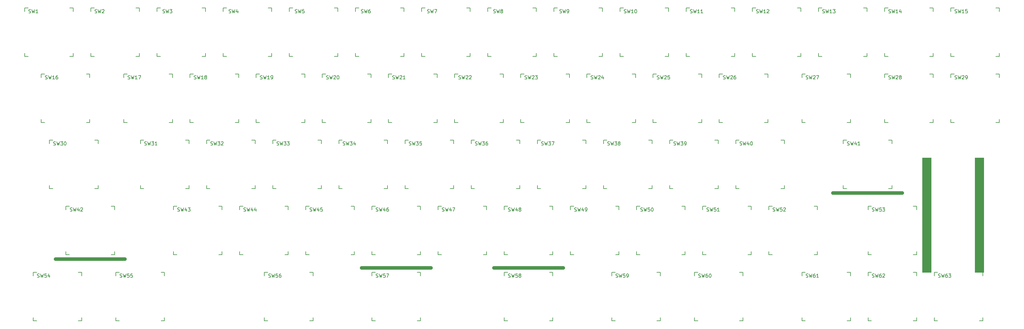
<source format=gbr>
%TF.GenerationSoftware,KiCad,Pcbnew,(6.0.5)*%
%TF.CreationDate,2022-10-29T17:12:18+09:00*%
%TF.ProjectId,tatamikomo,74617461-6d69-46b6-9f6d-6f2e6b696361,rev?*%
%TF.SameCoordinates,Original*%
%TF.FileFunction,Legend,Top*%
%TF.FilePolarity,Positive*%
%FSLAX46Y46*%
G04 Gerber Fmt 4.6, Leading zero omitted, Abs format (unit mm)*
G04 Created by KiCad (PCBNEW (6.0.5)) date 2022-10-29 17:12:18*
%MOMM*%
%LPD*%
G01*
G04 APERTURE LIST*
%ADD10C,0.150000*%
%ADD11C,0.100000*%
%ADD12C,1.000000*%
G04 APERTURE END LIST*
D10*
%TO.C,SW59*%
X177821190Y-116217725D02*
X177964047Y-116265344D01*
X178202142Y-116265344D01*
X178297380Y-116217725D01*
X178344999Y-116170106D01*
X178392618Y-116074868D01*
X178392618Y-115979630D01*
X178344999Y-115884392D01*
X178297380Y-115836773D01*
X178202142Y-115789154D01*
X178011666Y-115741535D01*
X177916428Y-115693916D01*
X177868809Y-115646297D01*
X177821190Y-115551059D01*
X177821190Y-115455821D01*
X177868809Y-115360583D01*
X177916428Y-115312964D01*
X178011666Y-115265344D01*
X178249761Y-115265344D01*
X178392618Y-115312964D01*
X178725952Y-115265344D02*
X178964047Y-116265344D01*
X179154523Y-115551059D01*
X179344999Y-116265344D01*
X179583094Y-115265344D01*
X180440237Y-115265344D02*
X179964047Y-115265344D01*
X179916428Y-115741535D01*
X179964047Y-115693916D01*
X180059285Y-115646297D01*
X180297380Y-115646297D01*
X180392618Y-115693916D01*
X180440237Y-115741535D01*
X180487856Y-115836773D01*
X180487856Y-116074868D01*
X180440237Y-116170106D01*
X180392618Y-116217725D01*
X180297380Y-116265344D01*
X180059285Y-116265344D01*
X179964047Y-116217725D01*
X179916428Y-116170106D01*
X180964047Y-116265344D02*
X181154523Y-116265344D01*
X181249761Y-116217725D01*
X181297380Y-116170106D01*
X181392618Y-116027249D01*
X181440237Y-115836773D01*
X181440237Y-115455821D01*
X181392618Y-115360583D01*
X181344999Y-115312964D01*
X181249761Y-115265344D01*
X181059285Y-115265344D01*
X180964047Y-115312964D01*
X180916428Y-115360583D01*
X180868809Y-115455821D01*
X180868809Y-115693916D01*
X180916428Y-115789154D01*
X180964047Y-115836773D01*
X181059285Y-115884392D01*
X181249761Y-115884392D01*
X181344999Y-115836773D01*
X181392618Y-115789154D01*
X181440237Y-115693916D01*
%TO.C,SW61*%
X232588690Y-116217725D02*
X232731547Y-116265344D01*
X232969642Y-116265344D01*
X233064880Y-116217725D01*
X233112499Y-116170106D01*
X233160118Y-116074868D01*
X233160118Y-115979630D01*
X233112499Y-115884392D01*
X233064880Y-115836773D01*
X232969642Y-115789154D01*
X232779166Y-115741535D01*
X232683928Y-115693916D01*
X232636309Y-115646297D01*
X232588690Y-115551059D01*
X232588690Y-115455821D01*
X232636309Y-115360583D01*
X232683928Y-115312964D01*
X232779166Y-115265344D01*
X233017261Y-115265344D01*
X233160118Y-115312964D01*
X233493452Y-115265344D02*
X233731547Y-116265344D01*
X233922023Y-115551059D01*
X234112499Y-116265344D01*
X234350594Y-115265344D01*
X235160118Y-115265344D02*
X234969642Y-115265344D01*
X234874404Y-115312964D01*
X234826785Y-115360583D01*
X234731547Y-115503440D01*
X234683928Y-115693916D01*
X234683928Y-116074868D01*
X234731547Y-116170106D01*
X234779166Y-116217725D01*
X234874404Y-116265344D01*
X235064880Y-116265344D01*
X235160118Y-116217725D01*
X235207737Y-116170106D01*
X235255356Y-116074868D01*
X235255356Y-115836773D01*
X235207737Y-115741535D01*
X235160118Y-115693916D01*
X235064880Y-115646297D01*
X234874404Y-115646297D01*
X234779166Y-115693916D01*
X234731547Y-115741535D01*
X234683928Y-115836773D01*
X236207737Y-116265344D02*
X235636309Y-116265344D01*
X235922023Y-116265344D02*
X235922023Y-115265344D01*
X235826785Y-115408202D01*
X235731547Y-115503440D01*
X235636309Y-115551059D01*
%TO.C,SW8*%
X142578380Y-40017725D02*
X142721237Y-40065344D01*
X142959333Y-40065344D01*
X143054571Y-40017725D01*
X143102190Y-39970106D01*
X143149809Y-39874868D01*
X143149809Y-39779630D01*
X143102190Y-39684392D01*
X143054571Y-39636773D01*
X142959333Y-39589154D01*
X142768856Y-39541535D01*
X142673618Y-39493916D01*
X142625999Y-39446297D01*
X142578380Y-39351059D01*
X142578380Y-39255821D01*
X142625999Y-39160583D01*
X142673618Y-39112964D01*
X142768856Y-39065344D01*
X143006952Y-39065344D01*
X143149809Y-39112964D01*
X143483142Y-39065344D02*
X143721237Y-40065344D01*
X143911714Y-39351059D01*
X144102190Y-40065344D01*
X144340285Y-39065344D01*
X144864094Y-39493916D02*
X144768856Y-39446297D01*
X144721237Y-39398678D01*
X144673618Y-39303440D01*
X144673618Y-39255821D01*
X144721237Y-39160583D01*
X144768856Y-39112964D01*
X144864094Y-39065344D01*
X145054571Y-39065344D01*
X145149809Y-39112964D01*
X145197428Y-39160583D01*
X145245047Y-39255821D01*
X145245047Y-39303440D01*
X145197428Y-39398678D01*
X145149809Y-39446297D01*
X145054571Y-39493916D01*
X144864094Y-39493916D01*
X144768856Y-39541535D01*
X144721237Y-39589154D01*
X144673618Y-39684392D01*
X144673618Y-39874868D01*
X144721237Y-39970106D01*
X144768856Y-40017725D01*
X144864094Y-40065344D01*
X145054571Y-40065344D01*
X145149809Y-40017725D01*
X145197428Y-39970106D01*
X145245047Y-39874868D01*
X145245047Y-39684392D01*
X145197428Y-39589154D01*
X145149809Y-39541535D01*
X145054571Y-39493916D01*
%TO.C,SW46*%
X108764190Y-97167725D02*
X108907047Y-97215344D01*
X109145142Y-97215344D01*
X109240380Y-97167725D01*
X109287999Y-97120106D01*
X109335618Y-97024868D01*
X109335618Y-96929630D01*
X109287999Y-96834392D01*
X109240380Y-96786773D01*
X109145142Y-96739154D01*
X108954666Y-96691535D01*
X108859428Y-96643916D01*
X108811809Y-96596297D01*
X108764190Y-96501059D01*
X108764190Y-96405821D01*
X108811809Y-96310583D01*
X108859428Y-96262964D01*
X108954666Y-96215344D01*
X109192761Y-96215344D01*
X109335618Y-96262964D01*
X109668952Y-96215344D02*
X109907047Y-97215344D01*
X110097523Y-96501059D01*
X110287999Y-97215344D01*
X110526094Y-96215344D01*
X111335618Y-96548678D02*
X111335618Y-97215344D01*
X111097523Y-96167725D02*
X110859428Y-96882011D01*
X111478475Y-96882011D01*
X112287999Y-96215344D02*
X112097523Y-96215344D01*
X112002285Y-96262964D01*
X111954666Y-96310583D01*
X111859428Y-96453440D01*
X111811809Y-96643916D01*
X111811809Y-97024868D01*
X111859428Y-97120106D01*
X111907047Y-97167725D01*
X112002285Y-97215344D01*
X112192761Y-97215344D01*
X112287999Y-97167725D01*
X112335618Y-97120106D01*
X112383237Y-97024868D01*
X112383237Y-96786773D01*
X112335618Y-96691535D01*
X112287999Y-96643916D01*
X112192761Y-96596297D01*
X112002285Y-96596297D01*
X111907047Y-96643916D01*
X111859428Y-96691535D01*
X111811809Y-96786773D01*
%TO.C,SW55*%
X35016190Y-116217725D02*
X35159047Y-116265344D01*
X35397142Y-116265344D01*
X35492380Y-116217725D01*
X35539999Y-116170106D01*
X35587618Y-116074868D01*
X35587618Y-115979630D01*
X35539999Y-115884392D01*
X35492380Y-115836773D01*
X35397142Y-115789154D01*
X35206666Y-115741535D01*
X35111428Y-115693916D01*
X35063809Y-115646297D01*
X35016190Y-115551059D01*
X35016190Y-115455821D01*
X35063809Y-115360583D01*
X35111428Y-115312964D01*
X35206666Y-115265344D01*
X35444761Y-115265344D01*
X35587618Y-115312964D01*
X35920952Y-115265344D02*
X36159047Y-116265344D01*
X36349523Y-115551059D01*
X36539999Y-116265344D01*
X36778094Y-115265344D01*
X37635237Y-115265344D02*
X37159047Y-115265344D01*
X37111428Y-115741535D01*
X37159047Y-115693916D01*
X37254285Y-115646297D01*
X37492380Y-115646297D01*
X37587618Y-115693916D01*
X37635237Y-115741535D01*
X37682856Y-115836773D01*
X37682856Y-116074868D01*
X37635237Y-116170106D01*
X37587618Y-116217725D01*
X37492380Y-116265344D01*
X37254285Y-116265344D01*
X37159047Y-116217725D01*
X37111428Y-116170106D01*
X38587618Y-115265344D02*
X38111428Y-115265344D01*
X38063809Y-115741535D01*
X38111428Y-115693916D01*
X38206666Y-115646297D01*
X38444761Y-115646297D01*
X38539999Y-115693916D01*
X38587618Y-115741535D01*
X38635237Y-115836773D01*
X38635237Y-116074868D01*
X38587618Y-116170106D01*
X38539999Y-116217725D01*
X38444761Y-116265344D01*
X38206666Y-116265344D01*
X38111428Y-116217725D01*
X38063809Y-116170106D01*
%TO.C,SW37*%
X156389190Y-78117725D02*
X156532047Y-78165344D01*
X156770142Y-78165344D01*
X156865380Y-78117725D01*
X156912999Y-78070106D01*
X156960618Y-77974868D01*
X156960618Y-77879630D01*
X156912999Y-77784392D01*
X156865380Y-77736773D01*
X156770142Y-77689154D01*
X156579666Y-77641535D01*
X156484428Y-77593916D01*
X156436809Y-77546297D01*
X156389190Y-77451059D01*
X156389190Y-77355821D01*
X156436809Y-77260583D01*
X156484428Y-77212964D01*
X156579666Y-77165344D01*
X156817761Y-77165344D01*
X156960618Y-77212964D01*
X157293952Y-77165344D02*
X157532047Y-78165344D01*
X157722523Y-77451059D01*
X157912999Y-78165344D01*
X158151094Y-77165344D01*
X158436809Y-77165344D02*
X159055856Y-77165344D01*
X158722523Y-77546297D01*
X158865380Y-77546297D01*
X158960618Y-77593916D01*
X159008237Y-77641535D01*
X159055856Y-77736773D01*
X159055856Y-77974868D01*
X159008237Y-78070106D01*
X158960618Y-78117725D01*
X158865380Y-78165344D01*
X158579666Y-78165344D01*
X158484428Y-78117725D01*
X158436809Y-78070106D01*
X159389190Y-77165344D02*
X160055856Y-77165344D01*
X159627285Y-78165344D01*
%TO.C,SW49*%
X165914190Y-97167725D02*
X166057047Y-97215344D01*
X166295142Y-97215344D01*
X166390380Y-97167725D01*
X166437999Y-97120106D01*
X166485618Y-97024868D01*
X166485618Y-96929630D01*
X166437999Y-96834392D01*
X166390380Y-96786773D01*
X166295142Y-96739154D01*
X166104666Y-96691535D01*
X166009428Y-96643916D01*
X165961809Y-96596297D01*
X165914190Y-96501059D01*
X165914190Y-96405821D01*
X165961809Y-96310583D01*
X166009428Y-96262964D01*
X166104666Y-96215344D01*
X166342761Y-96215344D01*
X166485618Y-96262964D01*
X166818952Y-96215344D02*
X167057047Y-97215344D01*
X167247523Y-96501059D01*
X167437999Y-97215344D01*
X167676094Y-96215344D01*
X168485618Y-96548678D02*
X168485618Y-97215344D01*
X168247523Y-96167725D02*
X168009428Y-96882011D01*
X168628475Y-96882011D01*
X169057047Y-97215344D02*
X169247523Y-97215344D01*
X169342761Y-97167725D01*
X169390380Y-97120106D01*
X169485618Y-96977249D01*
X169533237Y-96786773D01*
X169533237Y-96405821D01*
X169485618Y-96310583D01*
X169437999Y-96262964D01*
X169342761Y-96215344D01*
X169152285Y-96215344D01*
X169057047Y-96262964D01*
X169009428Y-96310583D01*
X168961809Y-96405821D01*
X168961809Y-96643916D01*
X169009428Y-96739154D01*
X169057047Y-96786773D01*
X169152285Y-96834392D01*
X169342761Y-96834392D01*
X169437999Y-96786773D01*
X169485618Y-96739154D01*
X169533237Y-96643916D01*
%TO.C,SW51*%
X204014190Y-97167725D02*
X204157047Y-97215344D01*
X204395142Y-97215344D01*
X204490380Y-97167725D01*
X204537999Y-97120106D01*
X204585618Y-97024868D01*
X204585618Y-96929630D01*
X204537999Y-96834392D01*
X204490380Y-96786773D01*
X204395142Y-96739154D01*
X204204666Y-96691535D01*
X204109428Y-96643916D01*
X204061809Y-96596297D01*
X204014190Y-96501059D01*
X204014190Y-96405821D01*
X204061809Y-96310583D01*
X204109428Y-96262964D01*
X204204666Y-96215344D01*
X204442761Y-96215344D01*
X204585618Y-96262964D01*
X204918952Y-96215344D02*
X205157047Y-97215344D01*
X205347523Y-96501059D01*
X205537999Y-97215344D01*
X205776094Y-96215344D01*
X206633237Y-96215344D02*
X206157047Y-96215344D01*
X206109428Y-96691535D01*
X206157047Y-96643916D01*
X206252285Y-96596297D01*
X206490380Y-96596297D01*
X206585618Y-96643916D01*
X206633237Y-96691535D01*
X206680856Y-96786773D01*
X206680856Y-97024868D01*
X206633237Y-97120106D01*
X206585618Y-97167725D01*
X206490380Y-97215344D01*
X206252285Y-97215344D01*
X206157047Y-97167725D01*
X206109428Y-97120106D01*
X207633237Y-97215344D02*
X207061809Y-97215344D01*
X207347523Y-97215344D02*
X207347523Y-96215344D01*
X207252285Y-96358202D01*
X207157047Y-96453440D01*
X207061809Y-96501059D01*
%TO.C,SW1*%
X8728380Y-40017725D02*
X8871237Y-40065344D01*
X9109333Y-40065344D01*
X9204571Y-40017725D01*
X9252190Y-39970106D01*
X9299809Y-39874868D01*
X9299809Y-39779630D01*
X9252190Y-39684392D01*
X9204571Y-39636773D01*
X9109333Y-39589154D01*
X8918856Y-39541535D01*
X8823618Y-39493916D01*
X8775999Y-39446297D01*
X8728380Y-39351059D01*
X8728380Y-39255821D01*
X8775999Y-39160583D01*
X8823618Y-39112964D01*
X8918856Y-39065344D01*
X9156952Y-39065344D01*
X9299809Y-39112964D01*
X9633142Y-39065344D02*
X9871237Y-40065344D01*
X10061714Y-39351059D01*
X10252190Y-40065344D01*
X10490285Y-39065344D01*
X11395047Y-40065344D02*
X10823618Y-40065344D01*
X11109333Y-40065344D02*
X11109333Y-39065344D01*
X11014094Y-39208202D01*
X10918856Y-39303440D01*
X10823618Y-39351059D01*
%TO.C,SW27*%
X232589190Y-59067725D02*
X232732047Y-59115344D01*
X232970142Y-59115344D01*
X233065380Y-59067725D01*
X233112999Y-59020106D01*
X233160618Y-58924868D01*
X233160618Y-58829630D01*
X233112999Y-58734392D01*
X233065380Y-58686773D01*
X232970142Y-58639154D01*
X232779666Y-58591535D01*
X232684428Y-58543916D01*
X232636809Y-58496297D01*
X232589190Y-58401059D01*
X232589190Y-58305821D01*
X232636809Y-58210583D01*
X232684428Y-58162964D01*
X232779666Y-58115344D01*
X233017761Y-58115344D01*
X233160618Y-58162964D01*
X233493952Y-58115344D02*
X233732047Y-59115344D01*
X233922523Y-58401059D01*
X234112999Y-59115344D01*
X234351094Y-58115344D01*
X234684428Y-58210583D02*
X234732047Y-58162964D01*
X234827285Y-58115344D01*
X235065380Y-58115344D01*
X235160618Y-58162964D01*
X235208237Y-58210583D01*
X235255856Y-58305821D01*
X235255856Y-58401059D01*
X235208237Y-58543916D01*
X234636809Y-59115344D01*
X235255856Y-59115344D01*
X235589190Y-58115344D02*
X236255856Y-58115344D01*
X235827285Y-59115344D01*
%TO.C,SW17*%
X37326190Y-59067725D02*
X37469047Y-59115344D01*
X37707142Y-59115344D01*
X37802380Y-59067725D01*
X37849999Y-59020106D01*
X37897618Y-58924868D01*
X37897618Y-58829630D01*
X37849999Y-58734392D01*
X37802380Y-58686773D01*
X37707142Y-58639154D01*
X37516666Y-58591535D01*
X37421428Y-58543916D01*
X37373809Y-58496297D01*
X37326190Y-58401059D01*
X37326190Y-58305821D01*
X37373809Y-58210583D01*
X37421428Y-58162964D01*
X37516666Y-58115344D01*
X37754761Y-58115344D01*
X37897618Y-58162964D01*
X38230952Y-58115344D02*
X38469047Y-59115344D01*
X38659523Y-58401059D01*
X38849999Y-59115344D01*
X39088094Y-58115344D01*
X39992856Y-59115344D02*
X39421428Y-59115344D01*
X39707142Y-59115344D02*
X39707142Y-58115344D01*
X39611904Y-58258202D01*
X39516666Y-58353440D01*
X39421428Y-58401059D01*
X40326190Y-58115344D02*
X40992856Y-58115344D01*
X40564285Y-59115344D01*
%TO.C,SW14*%
X256402190Y-40017725D02*
X256545047Y-40065344D01*
X256783142Y-40065344D01*
X256878380Y-40017725D01*
X256925999Y-39970106D01*
X256973618Y-39874868D01*
X256973618Y-39779630D01*
X256925999Y-39684392D01*
X256878380Y-39636773D01*
X256783142Y-39589154D01*
X256592666Y-39541535D01*
X256497428Y-39493916D01*
X256449809Y-39446297D01*
X256402190Y-39351059D01*
X256402190Y-39255821D01*
X256449809Y-39160583D01*
X256497428Y-39112964D01*
X256592666Y-39065344D01*
X256830761Y-39065344D01*
X256973618Y-39112964D01*
X257306952Y-39065344D02*
X257545047Y-40065344D01*
X257735523Y-39351059D01*
X257925999Y-40065344D01*
X258164094Y-39065344D01*
X259068856Y-40065344D02*
X258497428Y-40065344D01*
X258783142Y-40065344D02*
X258783142Y-39065344D01*
X258687904Y-39208202D01*
X258592666Y-39303440D01*
X258497428Y-39351059D01*
X259925999Y-39398678D02*
X259925999Y-40065344D01*
X259687904Y-39017725D02*
X259449809Y-39732011D01*
X260068856Y-39732011D01*
%TO.C,SW3*%
X47328380Y-40017725D02*
X47471237Y-40065344D01*
X47709333Y-40065344D01*
X47804571Y-40017725D01*
X47852190Y-39970106D01*
X47899809Y-39874868D01*
X47899809Y-39779630D01*
X47852190Y-39684392D01*
X47804571Y-39636773D01*
X47709333Y-39589154D01*
X47518856Y-39541535D01*
X47423618Y-39493916D01*
X47375999Y-39446297D01*
X47328380Y-39351059D01*
X47328380Y-39255821D01*
X47375999Y-39160583D01*
X47423618Y-39112964D01*
X47518856Y-39065344D01*
X47756952Y-39065344D01*
X47899809Y-39112964D01*
X48233142Y-39065344D02*
X48471237Y-40065344D01*
X48661714Y-39351059D01*
X48852190Y-40065344D01*
X49090285Y-39065344D01*
X49375999Y-39065344D02*
X49995047Y-39065344D01*
X49661714Y-39446297D01*
X49804571Y-39446297D01*
X49899809Y-39493916D01*
X49947428Y-39541535D01*
X49995047Y-39636773D01*
X49995047Y-39874868D01*
X49947428Y-39970106D01*
X49899809Y-40017725D01*
X49804571Y-40065344D01*
X49518856Y-40065344D01*
X49423618Y-40017725D01*
X49375999Y-39970106D01*
%TO.C,SW41*%
X244495190Y-78117725D02*
X244638047Y-78165344D01*
X244876142Y-78165344D01*
X244971380Y-78117725D01*
X245018999Y-78070106D01*
X245066618Y-77974868D01*
X245066618Y-77879630D01*
X245018999Y-77784392D01*
X244971380Y-77736773D01*
X244876142Y-77689154D01*
X244685666Y-77641535D01*
X244590428Y-77593916D01*
X244542809Y-77546297D01*
X244495190Y-77451059D01*
X244495190Y-77355821D01*
X244542809Y-77260583D01*
X244590428Y-77212964D01*
X244685666Y-77165344D01*
X244923761Y-77165344D01*
X245066618Y-77212964D01*
X245399952Y-77165344D02*
X245638047Y-78165344D01*
X245828523Y-77451059D01*
X246018999Y-78165344D01*
X246257094Y-77165344D01*
X247066618Y-77498678D02*
X247066618Y-78165344D01*
X246828523Y-77117725D02*
X246590428Y-77832011D01*
X247209475Y-77832011D01*
X248114237Y-78165344D02*
X247542809Y-78165344D01*
X247828523Y-78165344D02*
X247828523Y-77165344D01*
X247733285Y-77308202D01*
X247638047Y-77403440D01*
X247542809Y-77451059D01*
%TO.C,SW33*%
X80189190Y-78117725D02*
X80332047Y-78165344D01*
X80570142Y-78165344D01*
X80665380Y-78117725D01*
X80712999Y-78070106D01*
X80760618Y-77974868D01*
X80760618Y-77879630D01*
X80712999Y-77784392D01*
X80665380Y-77736773D01*
X80570142Y-77689154D01*
X80379666Y-77641535D01*
X80284428Y-77593916D01*
X80236809Y-77546297D01*
X80189190Y-77451059D01*
X80189190Y-77355821D01*
X80236809Y-77260583D01*
X80284428Y-77212964D01*
X80379666Y-77165344D01*
X80617761Y-77165344D01*
X80760618Y-77212964D01*
X81093952Y-77165344D02*
X81332047Y-78165344D01*
X81522523Y-77451059D01*
X81712999Y-78165344D01*
X81951094Y-77165344D01*
X82236809Y-77165344D02*
X82855856Y-77165344D01*
X82522523Y-77546297D01*
X82665380Y-77546297D01*
X82760618Y-77593916D01*
X82808237Y-77641535D01*
X82855856Y-77736773D01*
X82855856Y-77974868D01*
X82808237Y-78070106D01*
X82760618Y-78117725D01*
X82665380Y-78165344D01*
X82379666Y-78165344D01*
X82284428Y-78117725D01*
X82236809Y-78070106D01*
X83189190Y-77165344D02*
X83808237Y-77165344D01*
X83474904Y-77546297D01*
X83617761Y-77546297D01*
X83712999Y-77593916D01*
X83760618Y-77641535D01*
X83808237Y-77736773D01*
X83808237Y-77974868D01*
X83760618Y-78070106D01*
X83712999Y-78117725D01*
X83617761Y-78165344D01*
X83332047Y-78165344D01*
X83236809Y-78117725D01*
X83189190Y-78070106D01*
%TO.C,SW11*%
X199252190Y-40017725D02*
X199395047Y-40065344D01*
X199633142Y-40065344D01*
X199728380Y-40017725D01*
X199775999Y-39970106D01*
X199823618Y-39874868D01*
X199823618Y-39779630D01*
X199775999Y-39684392D01*
X199728380Y-39636773D01*
X199633142Y-39589154D01*
X199442666Y-39541535D01*
X199347428Y-39493916D01*
X199299809Y-39446297D01*
X199252190Y-39351059D01*
X199252190Y-39255821D01*
X199299809Y-39160583D01*
X199347428Y-39112964D01*
X199442666Y-39065344D01*
X199680761Y-39065344D01*
X199823618Y-39112964D01*
X200156952Y-39065344D02*
X200395047Y-40065344D01*
X200585523Y-39351059D01*
X200775999Y-40065344D01*
X201014094Y-39065344D01*
X201918856Y-40065344D02*
X201347428Y-40065344D01*
X201633142Y-40065344D02*
X201633142Y-39065344D01*
X201537904Y-39208202D01*
X201442666Y-39303440D01*
X201347428Y-39351059D01*
X202871237Y-40065344D02*
X202299809Y-40065344D01*
X202585523Y-40065344D02*
X202585523Y-39065344D01*
X202490285Y-39208202D01*
X202395047Y-39303440D01*
X202299809Y-39351059D01*
%TO.C,SW62*%
X251638690Y-116217725D02*
X251781547Y-116265344D01*
X252019642Y-116265344D01*
X252114880Y-116217725D01*
X252162499Y-116170106D01*
X252210118Y-116074868D01*
X252210118Y-115979630D01*
X252162499Y-115884392D01*
X252114880Y-115836773D01*
X252019642Y-115789154D01*
X251829166Y-115741535D01*
X251733928Y-115693916D01*
X251686309Y-115646297D01*
X251638690Y-115551059D01*
X251638690Y-115455821D01*
X251686309Y-115360583D01*
X251733928Y-115312964D01*
X251829166Y-115265344D01*
X252067261Y-115265344D01*
X252210118Y-115312964D01*
X252543452Y-115265344D02*
X252781547Y-116265344D01*
X252972023Y-115551059D01*
X253162499Y-116265344D01*
X253400594Y-115265344D01*
X254210118Y-115265344D02*
X254019642Y-115265344D01*
X253924404Y-115312964D01*
X253876785Y-115360583D01*
X253781547Y-115503440D01*
X253733928Y-115693916D01*
X253733928Y-116074868D01*
X253781547Y-116170106D01*
X253829166Y-116217725D01*
X253924404Y-116265344D01*
X254114880Y-116265344D01*
X254210118Y-116217725D01*
X254257737Y-116170106D01*
X254305356Y-116074868D01*
X254305356Y-115836773D01*
X254257737Y-115741535D01*
X254210118Y-115693916D01*
X254114880Y-115646297D01*
X253924404Y-115646297D01*
X253829166Y-115693916D01*
X253781547Y-115741535D01*
X253733928Y-115836773D01*
X254686309Y-115360583D02*
X254733928Y-115312964D01*
X254829166Y-115265344D01*
X255067261Y-115265344D01*
X255162499Y-115312964D01*
X255210118Y-115360583D01*
X255257737Y-115455821D01*
X255257737Y-115551059D01*
X255210118Y-115693916D01*
X254638690Y-116265344D01*
X255257737Y-116265344D01*
%TO.C,SW54*%
X11204190Y-116217725D02*
X11347047Y-116265344D01*
X11585142Y-116265344D01*
X11680380Y-116217725D01*
X11727999Y-116170106D01*
X11775618Y-116074868D01*
X11775618Y-115979630D01*
X11727999Y-115884392D01*
X11680380Y-115836773D01*
X11585142Y-115789154D01*
X11394666Y-115741535D01*
X11299428Y-115693916D01*
X11251809Y-115646297D01*
X11204190Y-115551059D01*
X11204190Y-115455821D01*
X11251809Y-115360583D01*
X11299428Y-115312964D01*
X11394666Y-115265344D01*
X11632761Y-115265344D01*
X11775618Y-115312964D01*
X12108952Y-115265344D02*
X12347047Y-116265344D01*
X12537523Y-115551059D01*
X12727999Y-116265344D01*
X12966094Y-115265344D01*
X13823237Y-115265344D02*
X13347047Y-115265344D01*
X13299428Y-115741535D01*
X13347047Y-115693916D01*
X13442285Y-115646297D01*
X13680380Y-115646297D01*
X13775618Y-115693916D01*
X13823237Y-115741535D01*
X13870856Y-115836773D01*
X13870856Y-116074868D01*
X13823237Y-116170106D01*
X13775618Y-116217725D01*
X13680380Y-116265344D01*
X13442285Y-116265344D01*
X13347047Y-116217725D01*
X13299428Y-116170106D01*
X14727999Y-115598678D02*
X14727999Y-116265344D01*
X14489904Y-115217725D02*
X14251809Y-115932011D01*
X14870856Y-115932011D01*
%TO.C,SW50*%
X184964190Y-97167725D02*
X185107047Y-97215344D01*
X185345142Y-97215344D01*
X185440380Y-97167725D01*
X185487999Y-97120106D01*
X185535618Y-97024868D01*
X185535618Y-96929630D01*
X185487999Y-96834392D01*
X185440380Y-96786773D01*
X185345142Y-96739154D01*
X185154666Y-96691535D01*
X185059428Y-96643916D01*
X185011809Y-96596297D01*
X184964190Y-96501059D01*
X184964190Y-96405821D01*
X185011809Y-96310583D01*
X185059428Y-96262964D01*
X185154666Y-96215344D01*
X185392761Y-96215344D01*
X185535618Y-96262964D01*
X185868952Y-96215344D02*
X186107047Y-97215344D01*
X186297523Y-96501059D01*
X186487999Y-97215344D01*
X186726094Y-96215344D01*
X187583237Y-96215344D02*
X187107047Y-96215344D01*
X187059428Y-96691535D01*
X187107047Y-96643916D01*
X187202285Y-96596297D01*
X187440380Y-96596297D01*
X187535618Y-96643916D01*
X187583237Y-96691535D01*
X187630856Y-96786773D01*
X187630856Y-97024868D01*
X187583237Y-97120106D01*
X187535618Y-97167725D01*
X187440380Y-97215344D01*
X187202285Y-97215344D01*
X187107047Y-97167725D01*
X187059428Y-97120106D01*
X188249904Y-96215344D02*
X188345142Y-96215344D01*
X188440380Y-96262964D01*
X188487999Y-96310583D01*
X188535618Y-96405821D01*
X188583237Y-96596297D01*
X188583237Y-96834392D01*
X188535618Y-97024868D01*
X188487999Y-97120106D01*
X188440380Y-97167725D01*
X188345142Y-97215344D01*
X188249904Y-97215344D01*
X188154666Y-97167725D01*
X188107047Y-97120106D01*
X188059428Y-97024868D01*
X188011809Y-96834392D01*
X188011809Y-96596297D01*
X188059428Y-96405821D01*
X188107047Y-96310583D01*
X188154666Y-96262964D01*
X188249904Y-96215344D01*
%TO.C,SW16*%
X13514190Y-59067725D02*
X13657047Y-59115344D01*
X13895142Y-59115344D01*
X13990380Y-59067725D01*
X14037999Y-59020106D01*
X14085618Y-58924868D01*
X14085618Y-58829630D01*
X14037999Y-58734392D01*
X13990380Y-58686773D01*
X13895142Y-58639154D01*
X13704666Y-58591535D01*
X13609428Y-58543916D01*
X13561809Y-58496297D01*
X13514190Y-58401059D01*
X13514190Y-58305821D01*
X13561809Y-58210583D01*
X13609428Y-58162964D01*
X13704666Y-58115344D01*
X13942761Y-58115344D01*
X14085618Y-58162964D01*
X14418952Y-58115344D02*
X14657047Y-59115344D01*
X14847523Y-58401059D01*
X15037999Y-59115344D01*
X15276094Y-58115344D01*
X16180856Y-59115344D02*
X15609428Y-59115344D01*
X15895142Y-59115344D02*
X15895142Y-58115344D01*
X15799904Y-58258202D01*
X15704666Y-58353440D01*
X15609428Y-58401059D01*
X17037999Y-58115344D02*
X16847523Y-58115344D01*
X16752285Y-58162964D01*
X16704666Y-58210583D01*
X16609428Y-58353440D01*
X16561809Y-58543916D01*
X16561809Y-58924868D01*
X16609428Y-59020106D01*
X16657047Y-59067725D01*
X16752285Y-59115344D01*
X16942761Y-59115344D01*
X17037999Y-59067725D01*
X17085618Y-59020106D01*
X17133237Y-58924868D01*
X17133237Y-58686773D01*
X17085618Y-58591535D01*
X17037999Y-58543916D01*
X16942761Y-58496297D01*
X16752285Y-58496297D01*
X16657047Y-58543916D01*
X16609428Y-58591535D01*
X16561809Y-58686773D01*
%TO.C,SW15*%
X275452190Y-40017725D02*
X275595047Y-40065344D01*
X275833142Y-40065344D01*
X275928380Y-40017725D01*
X275975999Y-39970106D01*
X276023618Y-39874868D01*
X276023618Y-39779630D01*
X275975999Y-39684392D01*
X275928380Y-39636773D01*
X275833142Y-39589154D01*
X275642666Y-39541535D01*
X275547428Y-39493916D01*
X275499809Y-39446297D01*
X275452190Y-39351059D01*
X275452190Y-39255821D01*
X275499809Y-39160583D01*
X275547428Y-39112964D01*
X275642666Y-39065344D01*
X275880761Y-39065344D01*
X276023618Y-39112964D01*
X276356952Y-39065344D02*
X276595047Y-40065344D01*
X276785523Y-39351059D01*
X276975999Y-40065344D01*
X277214094Y-39065344D01*
X278118856Y-40065344D02*
X277547428Y-40065344D01*
X277833142Y-40065344D02*
X277833142Y-39065344D01*
X277737904Y-39208202D01*
X277642666Y-39303440D01*
X277547428Y-39351059D01*
X279023618Y-39065344D02*
X278547428Y-39065344D01*
X278499809Y-39541535D01*
X278547428Y-39493916D01*
X278642666Y-39446297D01*
X278880761Y-39446297D01*
X278975999Y-39493916D01*
X279023618Y-39541535D01*
X279071237Y-39636773D01*
X279071237Y-39874868D01*
X279023618Y-39970106D01*
X278975999Y-40017725D01*
X278880761Y-40065344D01*
X278642666Y-40065344D01*
X278547428Y-40017725D01*
X278499809Y-39970106D01*
%TO.C,SW42*%
X20658190Y-97167725D02*
X20801047Y-97215344D01*
X21039142Y-97215344D01*
X21134380Y-97167725D01*
X21181999Y-97120106D01*
X21229618Y-97024868D01*
X21229618Y-96929630D01*
X21181999Y-96834392D01*
X21134380Y-96786773D01*
X21039142Y-96739154D01*
X20848666Y-96691535D01*
X20753428Y-96643916D01*
X20705809Y-96596297D01*
X20658190Y-96501059D01*
X20658190Y-96405821D01*
X20705809Y-96310583D01*
X20753428Y-96262964D01*
X20848666Y-96215344D01*
X21086761Y-96215344D01*
X21229618Y-96262964D01*
X21562952Y-96215344D02*
X21801047Y-97215344D01*
X21991523Y-96501059D01*
X22181999Y-97215344D01*
X22420094Y-96215344D01*
X23229618Y-96548678D02*
X23229618Y-97215344D01*
X22991523Y-96167725D02*
X22753428Y-96882011D01*
X23372475Y-96882011D01*
X23705809Y-96310583D02*
X23753428Y-96262964D01*
X23848666Y-96215344D01*
X24086761Y-96215344D01*
X24181999Y-96262964D01*
X24229618Y-96310583D01*
X24277237Y-96405821D01*
X24277237Y-96501059D01*
X24229618Y-96643916D01*
X23658190Y-97215344D01*
X24277237Y-97215344D01*
%TO.C,SW20*%
X94476190Y-59067725D02*
X94619047Y-59115344D01*
X94857142Y-59115344D01*
X94952380Y-59067725D01*
X94999999Y-59020106D01*
X95047618Y-58924868D01*
X95047618Y-58829630D01*
X94999999Y-58734392D01*
X94952380Y-58686773D01*
X94857142Y-58639154D01*
X94666666Y-58591535D01*
X94571428Y-58543916D01*
X94523809Y-58496297D01*
X94476190Y-58401059D01*
X94476190Y-58305821D01*
X94523809Y-58210583D01*
X94571428Y-58162964D01*
X94666666Y-58115344D01*
X94904761Y-58115344D01*
X95047618Y-58162964D01*
X95380952Y-58115344D02*
X95619047Y-59115344D01*
X95809523Y-58401059D01*
X95999999Y-59115344D01*
X96238094Y-58115344D01*
X96571428Y-58210583D02*
X96619047Y-58162964D01*
X96714285Y-58115344D01*
X96952380Y-58115344D01*
X97047618Y-58162964D01*
X97095237Y-58210583D01*
X97142856Y-58305821D01*
X97142856Y-58401059D01*
X97095237Y-58543916D01*
X96523809Y-59115344D01*
X97142856Y-59115344D01*
X97761904Y-58115344D02*
X97857142Y-58115344D01*
X97952380Y-58162964D01*
X97999999Y-58210583D01*
X98047618Y-58305821D01*
X98095237Y-58496297D01*
X98095237Y-58734392D01*
X98047618Y-58924868D01*
X97999999Y-59020106D01*
X97952380Y-59067725D01*
X97857142Y-59115344D01*
X97761904Y-59115344D01*
X97666666Y-59067725D01*
X97619047Y-59020106D01*
X97571428Y-58924868D01*
X97523809Y-58734392D01*
X97523809Y-58496297D01*
X97571428Y-58305821D01*
X97619047Y-58210583D01*
X97666666Y-58162964D01*
X97761904Y-58115344D01*
%TO.C,SW5*%
X85428380Y-40017725D02*
X85571237Y-40065344D01*
X85809333Y-40065344D01*
X85904571Y-40017725D01*
X85952190Y-39970106D01*
X85999809Y-39874868D01*
X85999809Y-39779630D01*
X85952190Y-39684392D01*
X85904571Y-39636773D01*
X85809333Y-39589154D01*
X85618856Y-39541535D01*
X85523618Y-39493916D01*
X85475999Y-39446297D01*
X85428380Y-39351059D01*
X85428380Y-39255821D01*
X85475999Y-39160583D01*
X85523618Y-39112964D01*
X85618856Y-39065344D01*
X85856952Y-39065344D01*
X85999809Y-39112964D01*
X86333142Y-39065344D02*
X86571237Y-40065344D01*
X86761714Y-39351059D01*
X86952190Y-40065344D01*
X87190285Y-39065344D01*
X88047428Y-39065344D02*
X87571237Y-39065344D01*
X87523618Y-39541535D01*
X87571237Y-39493916D01*
X87666475Y-39446297D01*
X87904571Y-39446297D01*
X87999809Y-39493916D01*
X88047428Y-39541535D01*
X88095047Y-39636773D01*
X88095047Y-39874868D01*
X88047428Y-39970106D01*
X87999809Y-40017725D01*
X87904571Y-40065344D01*
X87666475Y-40065344D01*
X87571237Y-40017725D01*
X87523618Y-39970106D01*
%TO.C,SW34*%
X99239190Y-78117725D02*
X99382047Y-78165344D01*
X99620142Y-78165344D01*
X99715380Y-78117725D01*
X99762999Y-78070106D01*
X99810618Y-77974868D01*
X99810618Y-77879630D01*
X99762999Y-77784392D01*
X99715380Y-77736773D01*
X99620142Y-77689154D01*
X99429666Y-77641535D01*
X99334428Y-77593916D01*
X99286809Y-77546297D01*
X99239190Y-77451059D01*
X99239190Y-77355821D01*
X99286809Y-77260583D01*
X99334428Y-77212964D01*
X99429666Y-77165344D01*
X99667761Y-77165344D01*
X99810618Y-77212964D01*
X100143952Y-77165344D02*
X100382047Y-78165344D01*
X100572523Y-77451059D01*
X100762999Y-78165344D01*
X101001094Y-77165344D01*
X101286809Y-77165344D02*
X101905856Y-77165344D01*
X101572523Y-77546297D01*
X101715380Y-77546297D01*
X101810618Y-77593916D01*
X101858237Y-77641535D01*
X101905856Y-77736773D01*
X101905856Y-77974868D01*
X101858237Y-78070106D01*
X101810618Y-78117725D01*
X101715380Y-78165344D01*
X101429666Y-78165344D01*
X101334428Y-78117725D01*
X101286809Y-78070106D01*
X102762999Y-77498678D02*
X102762999Y-78165344D01*
X102524904Y-77117725D02*
X102286809Y-77832011D01*
X102905856Y-77832011D01*
%TO.C,SW7*%
X123528380Y-40017725D02*
X123671237Y-40065344D01*
X123909333Y-40065344D01*
X124004571Y-40017725D01*
X124052190Y-39970106D01*
X124099809Y-39874868D01*
X124099809Y-39779630D01*
X124052190Y-39684392D01*
X124004571Y-39636773D01*
X123909333Y-39589154D01*
X123718856Y-39541535D01*
X123623618Y-39493916D01*
X123575999Y-39446297D01*
X123528380Y-39351059D01*
X123528380Y-39255821D01*
X123575999Y-39160583D01*
X123623618Y-39112964D01*
X123718856Y-39065344D01*
X123956952Y-39065344D01*
X124099809Y-39112964D01*
X124433142Y-39065344D02*
X124671237Y-40065344D01*
X124861714Y-39351059D01*
X125052190Y-40065344D01*
X125290285Y-39065344D01*
X125575999Y-39065344D02*
X126242666Y-39065344D01*
X125814094Y-40065344D01*
%TO.C,SW2*%
X27778380Y-40017725D02*
X27921237Y-40065344D01*
X28159333Y-40065344D01*
X28254571Y-40017725D01*
X28302190Y-39970106D01*
X28349809Y-39874868D01*
X28349809Y-39779630D01*
X28302190Y-39684392D01*
X28254571Y-39636773D01*
X28159333Y-39589154D01*
X27968856Y-39541535D01*
X27873618Y-39493916D01*
X27825999Y-39446297D01*
X27778380Y-39351059D01*
X27778380Y-39255821D01*
X27825999Y-39160583D01*
X27873618Y-39112964D01*
X27968856Y-39065344D01*
X28206952Y-39065344D01*
X28349809Y-39112964D01*
X28683142Y-39065344D02*
X28921237Y-40065344D01*
X29111714Y-39351059D01*
X29302190Y-40065344D01*
X29540285Y-39065344D01*
X29873618Y-39160583D02*
X29921237Y-39112964D01*
X30016475Y-39065344D01*
X30254571Y-39065344D01*
X30349809Y-39112964D01*
X30397428Y-39160583D01*
X30445047Y-39255821D01*
X30445047Y-39351059D01*
X30397428Y-39493916D01*
X29825999Y-40065344D01*
X30445047Y-40065344D01*
%TO.C,SW28*%
X256401190Y-59067725D02*
X256544047Y-59115344D01*
X256782142Y-59115344D01*
X256877380Y-59067725D01*
X256924999Y-59020106D01*
X256972618Y-58924868D01*
X256972618Y-58829630D01*
X256924999Y-58734392D01*
X256877380Y-58686773D01*
X256782142Y-58639154D01*
X256591666Y-58591535D01*
X256496428Y-58543916D01*
X256448809Y-58496297D01*
X256401190Y-58401059D01*
X256401190Y-58305821D01*
X256448809Y-58210583D01*
X256496428Y-58162964D01*
X256591666Y-58115344D01*
X256829761Y-58115344D01*
X256972618Y-58162964D01*
X257305952Y-58115344D02*
X257544047Y-59115344D01*
X257734523Y-58401059D01*
X257924999Y-59115344D01*
X258163094Y-58115344D01*
X258496428Y-58210583D02*
X258544047Y-58162964D01*
X258639285Y-58115344D01*
X258877380Y-58115344D01*
X258972618Y-58162964D01*
X259020237Y-58210583D01*
X259067856Y-58305821D01*
X259067856Y-58401059D01*
X259020237Y-58543916D01*
X258448809Y-59115344D01*
X259067856Y-59115344D01*
X259639285Y-58543916D02*
X259544047Y-58496297D01*
X259496428Y-58448678D01*
X259448809Y-58353440D01*
X259448809Y-58305821D01*
X259496428Y-58210583D01*
X259544047Y-58162964D01*
X259639285Y-58115344D01*
X259829761Y-58115344D01*
X259924999Y-58162964D01*
X259972618Y-58210583D01*
X260020237Y-58305821D01*
X260020237Y-58353440D01*
X259972618Y-58448678D01*
X259924999Y-58496297D01*
X259829761Y-58543916D01*
X259639285Y-58543916D01*
X259544047Y-58591535D01*
X259496428Y-58639154D01*
X259448809Y-58734392D01*
X259448809Y-58924868D01*
X259496428Y-59020106D01*
X259544047Y-59067725D01*
X259639285Y-59115344D01*
X259829761Y-59115344D01*
X259924999Y-59067725D01*
X259972618Y-59020106D01*
X260020237Y-58924868D01*
X260020237Y-58734392D01*
X259972618Y-58639154D01*
X259924999Y-58591535D01*
X259829761Y-58543916D01*
%TO.C,SW25*%
X189726190Y-59067725D02*
X189869047Y-59115344D01*
X190107142Y-59115344D01*
X190202380Y-59067725D01*
X190249999Y-59020106D01*
X190297618Y-58924868D01*
X190297618Y-58829630D01*
X190249999Y-58734392D01*
X190202380Y-58686773D01*
X190107142Y-58639154D01*
X189916666Y-58591535D01*
X189821428Y-58543916D01*
X189773809Y-58496297D01*
X189726190Y-58401059D01*
X189726190Y-58305821D01*
X189773809Y-58210583D01*
X189821428Y-58162964D01*
X189916666Y-58115344D01*
X190154761Y-58115344D01*
X190297618Y-58162964D01*
X190630952Y-58115344D02*
X190869047Y-59115344D01*
X191059523Y-58401059D01*
X191249999Y-59115344D01*
X191488094Y-58115344D01*
X191821428Y-58210583D02*
X191869047Y-58162964D01*
X191964285Y-58115344D01*
X192202380Y-58115344D01*
X192297618Y-58162964D01*
X192345237Y-58210583D01*
X192392856Y-58305821D01*
X192392856Y-58401059D01*
X192345237Y-58543916D01*
X191773809Y-59115344D01*
X192392856Y-59115344D01*
X193297618Y-58115344D02*
X192821428Y-58115344D01*
X192773809Y-58591535D01*
X192821428Y-58543916D01*
X192916666Y-58496297D01*
X193154761Y-58496297D01*
X193249999Y-58543916D01*
X193297618Y-58591535D01*
X193345237Y-58686773D01*
X193345237Y-58924868D01*
X193297618Y-59020106D01*
X193249999Y-59067725D01*
X193154761Y-59115344D01*
X192916666Y-59115344D01*
X192821428Y-59067725D01*
X192773809Y-59020106D01*
%TO.C,SW45*%
X89714190Y-97167725D02*
X89857047Y-97215344D01*
X90095142Y-97215344D01*
X90190380Y-97167725D01*
X90237999Y-97120106D01*
X90285618Y-97024868D01*
X90285618Y-96929630D01*
X90237999Y-96834392D01*
X90190380Y-96786773D01*
X90095142Y-96739154D01*
X89904666Y-96691535D01*
X89809428Y-96643916D01*
X89761809Y-96596297D01*
X89714190Y-96501059D01*
X89714190Y-96405821D01*
X89761809Y-96310583D01*
X89809428Y-96262964D01*
X89904666Y-96215344D01*
X90142761Y-96215344D01*
X90285618Y-96262964D01*
X90618952Y-96215344D02*
X90857047Y-97215344D01*
X91047523Y-96501059D01*
X91237999Y-97215344D01*
X91476094Y-96215344D01*
X92285618Y-96548678D02*
X92285618Y-97215344D01*
X92047523Y-96167725D02*
X91809428Y-96882011D01*
X92428475Y-96882011D01*
X93285618Y-96215344D02*
X92809428Y-96215344D01*
X92761809Y-96691535D01*
X92809428Y-96643916D01*
X92904666Y-96596297D01*
X93142761Y-96596297D01*
X93237999Y-96643916D01*
X93285618Y-96691535D01*
X93333237Y-96786773D01*
X93333237Y-97024868D01*
X93285618Y-97120106D01*
X93237999Y-97167725D01*
X93142761Y-97215344D01*
X92904666Y-97215344D01*
X92809428Y-97167725D01*
X92761809Y-97120106D01*
%TO.C,SW24*%
X170676190Y-59067725D02*
X170819047Y-59115344D01*
X171057142Y-59115344D01*
X171152380Y-59067725D01*
X171199999Y-59020106D01*
X171247618Y-58924868D01*
X171247618Y-58829630D01*
X171199999Y-58734392D01*
X171152380Y-58686773D01*
X171057142Y-58639154D01*
X170866666Y-58591535D01*
X170771428Y-58543916D01*
X170723809Y-58496297D01*
X170676190Y-58401059D01*
X170676190Y-58305821D01*
X170723809Y-58210583D01*
X170771428Y-58162964D01*
X170866666Y-58115344D01*
X171104761Y-58115344D01*
X171247618Y-58162964D01*
X171580952Y-58115344D02*
X171819047Y-59115344D01*
X172009523Y-58401059D01*
X172199999Y-59115344D01*
X172438094Y-58115344D01*
X172771428Y-58210583D02*
X172819047Y-58162964D01*
X172914285Y-58115344D01*
X173152380Y-58115344D01*
X173247618Y-58162964D01*
X173295237Y-58210583D01*
X173342856Y-58305821D01*
X173342856Y-58401059D01*
X173295237Y-58543916D01*
X172723809Y-59115344D01*
X173342856Y-59115344D01*
X174199999Y-58448678D02*
X174199999Y-59115344D01*
X173961904Y-58067725D02*
X173723809Y-58782011D01*
X174342856Y-58782011D01*
%TO.C,SW44*%
X70664190Y-97167725D02*
X70807047Y-97215344D01*
X71045142Y-97215344D01*
X71140380Y-97167725D01*
X71187999Y-97120106D01*
X71235618Y-97024868D01*
X71235618Y-96929630D01*
X71187999Y-96834392D01*
X71140380Y-96786773D01*
X71045142Y-96739154D01*
X70854666Y-96691535D01*
X70759428Y-96643916D01*
X70711809Y-96596297D01*
X70664190Y-96501059D01*
X70664190Y-96405821D01*
X70711809Y-96310583D01*
X70759428Y-96262964D01*
X70854666Y-96215344D01*
X71092761Y-96215344D01*
X71235618Y-96262964D01*
X71568952Y-96215344D02*
X71807047Y-97215344D01*
X71997523Y-96501059D01*
X72187999Y-97215344D01*
X72426094Y-96215344D01*
X73235618Y-96548678D02*
X73235618Y-97215344D01*
X72997523Y-96167725D02*
X72759428Y-96882011D01*
X73378475Y-96882011D01*
X74187999Y-96548678D02*
X74187999Y-97215344D01*
X73949904Y-96167725D02*
X73711809Y-96882011D01*
X74330856Y-96882011D01*
%TO.C,SW40*%
X213539190Y-78117725D02*
X213682047Y-78165344D01*
X213920142Y-78165344D01*
X214015380Y-78117725D01*
X214062999Y-78070106D01*
X214110618Y-77974868D01*
X214110618Y-77879630D01*
X214062999Y-77784392D01*
X214015380Y-77736773D01*
X213920142Y-77689154D01*
X213729666Y-77641535D01*
X213634428Y-77593916D01*
X213586809Y-77546297D01*
X213539190Y-77451059D01*
X213539190Y-77355821D01*
X213586809Y-77260583D01*
X213634428Y-77212964D01*
X213729666Y-77165344D01*
X213967761Y-77165344D01*
X214110618Y-77212964D01*
X214443952Y-77165344D02*
X214682047Y-78165344D01*
X214872523Y-77451059D01*
X215062999Y-78165344D01*
X215301094Y-77165344D01*
X216110618Y-77498678D02*
X216110618Y-78165344D01*
X215872523Y-77117725D02*
X215634428Y-77832011D01*
X216253475Y-77832011D01*
X216824904Y-77165344D02*
X216920142Y-77165344D01*
X217015380Y-77212964D01*
X217062999Y-77260583D01*
X217110618Y-77355821D01*
X217158237Y-77546297D01*
X217158237Y-77784392D01*
X217110618Y-77974868D01*
X217062999Y-78070106D01*
X217015380Y-78117725D01*
X216920142Y-78165344D01*
X216824904Y-78165344D01*
X216729666Y-78117725D01*
X216682047Y-78070106D01*
X216634428Y-77974868D01*
X216586809Y-77784392D01*
X216586809Y-77546297D01*
X216634428Y-77355821D01*
X216682047Y-77260583D01*
X216729666Y-77212964D01*
X216824904Y-77165344D01*
%TO.C,SW10*%
X180202190Y-40017725D02*
X180345047Y-40065344D01*
X180583142Y-40065344D01*
X180678380Y-40017725D01*
X180725999Y-39970106D01*
X180773618Y-39874868D01*
X180773618Y-39779630D01*
X180725999Y-39684392D01*
X180678380Y-39636773D01*
X180583142Y-39589154D01*
X180392666Y-39541535D01*
X180297428Y-39493916D01*
X180249809Y-39446297D01*
X180202190Y-39351059D01*
X180202190Y-39255821D01*
X180249809Y-39160583D01*
X180297428Y-39112964D01*
X180392666Y-39065344D01*
X180630761Y-39065344D01*
X180773618Y-39112964D01*
X181106952Y-39065344D02*
X181345047Y-40065344D01*
X181535523Y-39351059D01*
X181725999Y-40065344D01*
X181964094Y-39065344D01*
X182868856Y-40065344D02*
X182297428Y-40065344D01*
X182583142Y-40065344D02*
X182583142Y-39065344D01*
X182487904Y-39208202D01*
X182392666Y-39303440D01*
X182297428Y-39351059D01*
X183487904Y-39065344D02*
X183583142Y-39065344D01*
X183678380Y-39112964D01*
X183725999Y-39160583D01*
X183773618Y-39255821D01*
X183821237Y-39446297D01*
X183821237Y-39684392D01*
X183773618Y-39874868D01*
X183725999Y-39970106D01*
X183678380Y-40017725D01*
X183583142Y-40065344D01*
X183487904Y-40065344D01*
X183392666Y-40017725D01*
X183345047Y-39970106D01*
X183297428Y-39874868D01*
X183249809Y-39684392D01*
X183249809Y-39446297D01*
X183297428Y-39255821D01*
X183345047Y-39160583D01*
X183392666Y-39112964D01*
X183487904Y-39065344D01*
%TO.C,SW43*%
X51614190Y-97167725D02*
X51757047Y-97215344D01*
X51995142Y-97215344D01*
X52090380Y-97167725D01*
X52137999Y-97120106D01*
X52185618Y-97024868D01*
X52185618Y-96929630D01*
X52137999Y-96834392D01*
X52090380Y-96786773D01*
X51995142Y-96739154D01*
X51804666Y-96691535D01*
X51709428Y-96643916D01*
X51661809Y-96596297D01*
X51614190Y-96501059D01*
X51614190Y-96405821D01*
X51661809Y-96310583D01*
X51709428Y-96262964D01*
X51804666Y-96215344D01*
X52042761Y-96215344D01*
X52185618Y-96262964D01*
X52518952Y-96215344D02*
X52757047Y-97215344D01*
X52947523Y-96501059D01*
X53137999Y-97215344D01*
X53376094Y-96215344D01*
X54185618Y-96548678D02*
X54185618Y-97215344D01*
X53947523Y-96167725D02*
X53709428Y-96882011D01*
X54328475Y-96882011D01*
X54614190Y-96215344D02*
X55233237Y-96215344D01*
X54899904Y-96596297D01*
X55042761Y-96596297D01*
X55137999Y-96643916D01*
X55185618Y-96691535D01*
X55233237Y-96786773D01*
X55233237Y-97024868D01*
X55185618Y-97120106D01*
X55137999Y-97167725D01*
X55042761Y-97215344D01*
X54757047Y-97215344D01*
X54661809Y-97167725D01*
X54614190Y-97120106D01*
%TO.C,SW63*%
X270688690Y-116217725D02*
X270831547Y-116265344D01*
X271069642Y-116265344D01*
X271164880Y-116217725D01*
X271212499Y-116170106D01*
X271260118Y-116074868D01*
X271260118Y-115979630D01*
X271212499Y-115884392D01*
X271164880Y-115836773D01*
X271069642Y-115789154D01*
X270879166Y-115741535D01*
X270783928Y-115693916D01*
X270736309Y-115646297D01*
X270688690Y-115551059D01*
X270688690Y-115455821D01*
X270736309Y-115360583D01*
X270783928Y-115312964D01*
X270879166Y-115265344D01*
X271117261Y-115265344D01*
X271260118Y-115312964D01*
X271593452Y-115265344D02*
X271831547Y-116265344D01*
X272022023Y-115551059D01*
X272212499Y-116265344D01*
X272450594Y-115265344D01*
X273260118Y-115265344D02*
X273069642Y-115265344D01*
X272974404Y-115312964D01*
X272926785Y-115360583D01*
X272831547Y-115503440D01*
X272783928Y-115693916D01*
X272783928Y-116074868D01*
X272831547Y-116170106D01*
X272879166Y-116217725D01*
X272974404Y-116265344D01*
X273164880Y-116265344D01*
X273260118Y-116217725D01*
X273307737Y-116170106D01*
X273355356Y-116074868D01*
X273355356Y-115836773D01*
X273307737Y-115741535D01*
X273260118Y-115693916D01*
X273164880Y-115646297D01*
X272974404Y-115646297D01*
X272879166Y-115693916D01*
X272831547Y-115741535D01*
X272783928Y-115836773D01*
X273688690Y-115265344D02*
X274307737Y-115265344D01*
X273974404Y-115646297D01*
X274117261Y-115646297D01*
X274212499Y-115693916D01*
X274260118Y-115741535D01*
X274307737Y-115836773D01*
X274307737Y-116074868D01*
X274260118Y-116170106D01*
X274212499Y-116217725D01*
X274117261Y-116265344D01*
X273831547Y-116265344D01*
X273736309Y-116217725D01*
X273688690Y-116170106D01*
%TO.C,SW38*%
X175439190Y-78117725D02*
X175582047Y-78165344D01*
X175820142Y-78165344D01*
X175915380Y-78117725D01*
X175962999Y-78070106D01*
X176010618Y-77974868D01*
X176010618Y-77879630D01*
X175962999Y-77784392D01*
X175915380Y-77736773D01*
X175820142Y-77689154D01*
X175629666Y-77641535D01*
X175534428Y-77593916D01*
X175486809Y-77546297D01*
X175439190Y-77451059D01*
X175439190Y-77355821D01*
X175486809Y-77260583D01*
X175534428Y-77212964D01*
X175629666Y-77165344D01*
X175867761Y-77165344D01*
X176010618Y-77212964D01*
X176343952Y-77165344D02*
X176582047Y-78165344D01*
X176772523Y-77451059D01*
X176962999Y-78165344D01*
X177201094Y-77165344D01*
X177486809Y-77165344D02*
X178105856Y-77165344D01*
X177772523Y-77546297D01*
X177915380Y-77546297D01*
X178010618Y-77593916D01*
X178058237Y-77641535D01*
X178105856Y-77736773D01*
X178105856Y-77974868D01*
X178058237Y-78070106D01*
X178010618Y-78117725D01*
X177915380Y-78165344D01*
X177629666Y-78165344D01*
X177534428Y-78117725D01*
X177486809Y-78070106D01*
X178677285Y-77593916D02*
X178582047Y-77546297D01*
X178534428Y-77498678D01*
X178486809Y-77403440D01*
X178486809Y-77355821D01*
X178534428Y-77260583D01*
X178582047Y-77212964D01*
X178677285Y-77165344D01*
X178867761Y-77165344D01*
X178962999Y-77212964D01*
X179010618Y-77260583D01*
X179058237Y-77355821D01*
X179058237Y-77403440D01*
X179010618Y-77498678D01*
X178962999Y-77546297D01*
X178867761Y-77593916D01*
X178677285Y-77593916D01*
X178582047Y-77641535D01*
X178534428Y-77689154D01*
X178486809Y-77784392D01*
X178486809Y-77974868D01*
X178534428Y-78070106D01*
X178582047Y-78117725D01*
X178677285Y-78165344D01*
X178867761Y-78165344D01*
X178962999Y-78117725D01*
X179010618Y-78070106D01*
X179058237Y-77974868D01*
X179058237Y-77784392D01*
X179010618Y-77689154D01*
X178962999Y-77641535D01*
X178867761Y-77593916D01*
%TO.C,SW6*%
X104478380Y-40017725D02*
X104621237Y-40065344D01*
X104859333Y-40065344D01*
X104954571Y-40017725D01*
X105002190Y-39970106D01*
X105049809Y-39874868D01*
X105049809Y-39779630D01*
X105002190Y-39684392D01*
X104954571Y-39636773D01*
X104859333Y-39589154D01*
X104668856Y-39541535D01*
X104573618Y-39493916D01*
X104525999Y-39446297D01*
X104478380Y-39351059D01*
X104478380Y-39255821D01*
X104525999Y-39160583D01*
X104573618Y-39112964D01*
X104668856Y-39065344D01*
X104906952Y-39065344D01*
X105049809Y-39112964D01*
X105383142Y-39065344D02*
X105621237Y-40065344D01*
X105811714Y-39351059D01*
X106002190Y-40065344D01*
X106240285Y-39065344D01*
X107049809Y-39065344D02*
X106859333Y-39065344D01*
X106764094Y-39112964D01*
X106716475Y-39160583D01*
X106621237Y-39303440D01*
X106573618Y-39493916D01*
X106573618Y-39874868D01*
X106621237Y-39970106D01*
X106668856Y-40017725D01*
X106764094Y-40065344D01*
X106954571Y-40065344D01*
X107049809Y-40017725D01*
X107097428Y-39970106D01*
X107145047Y-39874868D01*
X107145047Y-39636773D01*
X107097428Y-39541535D01*
X107049809Y-39493916D01*
X106954571Y-39446297D01*
X106764094Y-39446297D01*
X106668856Y-39493916D01*
X106621237Y-39541535D01*
X106573618Y-39636773D01*
%TO.C,SW48*%
X146864190Y-97167725D02*
X147007047Y-97215344D01*
X147245142Y-97215344D01*
X147340380Y-97167725D01*
X147387999Y-97120106D01*
X147435618Y-97024868D01*
X147435618Y-96929630D01*
X147387999Y-96834392D01*
X147340380Y-96786773D01*
X147245142Y-96739154D01*
X147054666Y-96691535D01*
X146959428Y-96643916D01*
X146911809Y-96596297D01*
X146864190Y-96501059D01*
X146864190Y-96405821D01*
X146911809Y-96310583D01*
X146959428Y-96262964D01*
X147054666Y-96215344D01*
X147292761Y-96215344D01*
X147435618Y-96262964D01*
X147768952Y-96215344D02*
X148007047Y-97215344D01*
X148197523Y-96501059D01*
X148387999Y-97215344D01*
X148626094Y-96215344D01*
X149435618Y-96548678D02*
X149435618Y-97215344D01*
X149197523Y-96167725D02*
X148959428Y-96882011D01*
X149578475Y-96882011D01*
X150102285Y-96643916D02*
X150007047Y-96596297D01*
X149959428Y-96548678D01*
X149911809Y-96453440D01*
X149911809Y-96405821D01*
X149959428Y-96310583D01*
X150007047Y-96262964D01*
X150102285Y-96215344D01*
X150292761Y-96215344D01*
X150387999Y-96262964D01*
X150435618Y-96310583D01*
X150483237Y-96405821D01*
X150483237Y-96453440D01*
X150435618Y-96548678D01*
X150387999Y-96596297D01*
X150292761Y-96643916D01*
X150102285Y-96643916D01*
X150007047Y-96691535D01*
X149959428Y-96739154D01*
X149911809Y-96834392D01*
X149911809Y-97024868D01*
X149959428Y-97120106D01*
X150007047Y-97167725D01*
X150102285Y-97215344D01*
X150292761Y-97215344D01*
X150387999Y-97167725D01*
X150435618Y-97120106D01*
X150483237Y-97024868D01*
X150483237Y-96834392D01*
X150435618Y-96739154D01*
X150387999Y-96691535D01*
X150292761Y-96643916D01*
%TO.C,SW18*%
X56376190Y-59067725D02*
X56519047Y-59115344D01*
X56757142Y-59115344D01*
X56852380Y-59067725D01*
X56899999Y-59020106D01*
X56947618Y-58924868D01*
X56947618Y-58829630D01*
X56899999Y-58734392D01*
X56852380Y-58686773D01*
X56757142Y-58639154D01*
X56566666Y-58591535D01*
X56471428Y-58543916D01*
X56423809Y-58496297D01*
X56376190Y-58401059D01*
X56376190Y-58305821D01*
X56423809Y-58210583D01*
X56471428Y-58162964D01*
X56566666Y-58115344D01*
X56804761Y-58115344D01*
X56947618Y-58162964D01*
X57280952Y-58115344D02*
X57519047Y-59115344D01*
X57709523Y-58401059D01*
X57899999Y-59115344D01*
X58138094Y-58115344D01*
X59042856Y-59115344D02*
X58471428Y-59115344D01*
X58757142Y-59115344D02*
X58757142Y-58115344D01*
X58661904Y-58258202D01*
X58566666Y-58353440D01*
X58471428Y-58401059D01*
X59614285Y-58543916D02*
X59519047Y-58496297D01*
X59471428Y-58448678D01*
X59423809Y-58353440D01*
X59423809Y-58305821D01*
X59471428Y-58210583D01*
X59519047Y-58162964D01*
X59614285Y-58115344D01*
X59804761Y-58115344D01*
X59899999Y-58162964D01*
X59947618Y-58210583D01*
X59995237Y-58305821D01*
X59995237Y-58353440D01*
X59947618Y-58448678D01*
X59899999Y-58496297D01*
X59804761Y-58543916D01*
X59614285Y-58543916D01*
X59519047Y-58591535D01*
X59471428Y-58639154D01*
X59423809Y-58734392D01*
X59423809Y-58924868D01*
X59471428Y-59020106D01*
X59519047Y-59067725D01*
X59614285Y-59115344D01*
X59804761Y-59115344D01*
X59899999Y-59067725D01*
X59947618Y-59020106D01*
X59995237Y-58924868D01*
X59995237Y-58734392D01*
X59947618Y-58639154D01*
X59899999Y-58591535D01*
X59804761Y-58543916D01*
%TO.C,SW12*%
X218302190Y-40017725D02*
X218445047Y-40065344D01*
X218683142Y-40065344D01*
X218778380Y-40017725D01*
X218825999Y-39970106D01*
X218873618Y-39874868D01*
X218873618Y-39779630D01*
X218825999Y-39684392D01*
X218778380Y-39636773D01*
X218683142Y-39589154D01*
X218492666Y-39541535D01*
X218397428Y-39493916D01*
X218349809Y-39446297D01*
X218302190Y-39351059D01*
X218302190Y-39255821D01*
X218349809Y-39160583D01*
X218397428Y-39112964D01*
X218492666Y-39065344D01*
X218730761Y-39065344D01*
X218873618Y-39112964D01*
X219206952Y-39065344D02*
X219445047Y-40065344D01*
X219635523Y-39351059D01*
X219825999Y-40065344D01*
X220064094Y-39065344D01*
X220968856Y-40065344D02*
X220397428Y-40065344D01*
X220683142Y-40065344D02*
X220683142Y-39065344D01*
X220587904Y-39208202D01*
X220492666Y-39303440D01*
X220397428Y-39351059D01*
X221349809Y-39160583D02*
X221397428Y-39112964D01*
X221492666Y-39065344D01*
X221730761Y-39065344D01*
X221825999Y-39112964D01*
X221873618Y-39160583D01*
X221921237Y-39255821D01*
X221921237Y-39351059D01*
X221873618Y-39493916D01*
X221302190Y-40065344D01*
X221921237Y-40065344D01*
%TO.C,SW9*%
X161628380Y-40017725D02*
X161771237Y-40065344D01*
X162009333Y-40065344D01*
X162104571Y-40017725D01*
X162152190Y-39970106D01*
X162199809Y-39874868D01*
X162199809Y-39779630D01*
X162152190Y-39684392D01*
X162104571Y-39636773D01*
X162009333Y-39589154D01*
X161818856Y-39541535D01*
X161723618Y-39493916D01*
X161675999Y-39446297D01*
X161628380Y-39351059D01*
X161628380Y-39255821D01*
X161675999Y-39160583D01*
X161723618Y-39112964D01*
X161818856Y-39065344D01*
X162056952Y-39065344D01*
X162199809Y-39112964D01*
X162533142Y-39065344D02*
X162771237Y-40065344D01*
X162961714Y-39351059D01*
X163152190Y-40065344D01*
X163390285Y-39065344D01*
X163818856Y-40065344D02*
X164009333Y-40065344D01*
X164104571Y-40017725D01*
X164152190Y-39970106D01*
X164247428Y-39827249D01*
X164295047Y-39636773D01*
X164295047Y-39255821D01*
X164247428Y-39160583D01*
X164199809Y-39112964D01*
X164104571Y-39065344D01*
X163914094Y-39065344D01*
X163818856Y-39112964D01*
X163771237Y-39160583D01*
X163723618Y-39255821D01*
X163723618Y-39493916D01*
X163771237Y-39589154D01*
X163818856Y-39636773D01*
X163914094Y-39684392D01*
X164104571Y-39684392D01*
X164199809Y-39636773D01*
X164247428Y-39589154D01*
X164295047Y-39493916D01*
%TO.C,SW26*%
X208776190Y-59067725D02*
X208919047Y-59115344D01*
X209157142Y-59115344D01*
X209252380Y-59067725D01*
X209299999Y-59020106D01*
X209347618Y-58924868D01*
X209347618Y-58829630D01*
X209299999Y-58734392D01*
X209252380Y-58686773D01*
X209157142Y-58639154D01*
X208966666Y-58591535D01*
X208871428Y-58543916D01*
X208823809Y-58496297D01*
X208776190Y-58401059D01*
X208776190Y-58305821D01*
X208823809Y-58210583D01*
X208871428Y-58162964D01*
X208966666Y-58115344D01*
X209204761Y-58115344D01*
X209347618Y-58162964D01*
X209680952Y-58115344D02*
X209919047Y-59115344D01*
X210109523Y-58401059D01*
X210299999Y-59115344D01*
X210538094Y-58115344D01*
X210871428Y-58210583D02*
X210919047Y-58162964D01*
X211014285Y-58115344D01*
X211252380Y-58115344D01*
X211347618Y-58162964D01*
X211395237Y-58210583D01*
X211442856Y-58305821D01*
X211442856Y-58401059D01*
X211395237Y-58543916D01*
X210823809Y-59115344D01*
X211442856Y-59115344D01*
X212299999Y-58115344D02*
X212109523Y-58115344D01*
X212014285Y-58162964D01*
X211966666Y-58210583D01*
X211871428Y-58353440D01*
X211823809Y-58543916D01*
X211823809Y-58924868D01*
X211871428Y-59020106D01*
X211919047Y-59067725D01*
X212014285Y-59115344D01*
X212204761Y-59115344D01*
X212299999Y-59067725D01*
X212347618Y-59020106D01*
X212395237Y-58924868D01*
X212395237Y-58686773D01*
X212347618Y-58591535D01*
X212299999Y-58543916D01*
X212204761Y-58496297D01*
X212014285Y-58496297D01*
X211919047Y-58543916D01*
X211871428Y-58591535D01*
X211823809Y-58686773D01*
%TO.C,SW36*%
X137339190Y-78117725D02*
X137482047Y-78165344D01*
X137720142Y-78165344D01*
X137815380Y-78117725D01*
X137862999Y-78070106D01*
X137910618Y-77974868D01*
X137910618Y-77879630D01*
X137862999Y-77784392D01*
X137815380Y-77736773D01*
X137720142Y-77689154D01*
X137529666Y-77641535D01*
X137434428Y-77593916D01*
X137386809Y-77546297D01*
X137339190Y-77451059D01*
X137339190Y-77355821D01*
X137386809Y-77260583D01*
X137434428Y-77212964D01*
X137529666Y-77165344D01*
X137767761Y-77165344D01*
X137910618Y-77212964D01*
X138243952Y-77165344D02*
X138482047Y-78165344D01*
X138672523Y-77451059D01*
X138862999Y-78165344D01*
X139101094Y-77165344D01*
X139386809Y-77165344D02*
X140005856Y-77165344D01*
X139672523Y-77546297D01*
X139815380Y-77546297D01*
X139910618Y-77593916D01*
X139958237Y-77641535D01*
X140005856Y-77736773D01*
X140005856Y-77974868D01*
X139958237Y-78070106D01*
X139910618Y-78117725D01*
X139815380Y-78165344D01*
X139529666Y-78165344D01*
X139434428Y-78117725D01*
X139386809Y-78070106D01*
X140862999Y-77165344D02*
X140672523Y-77165344D01*
X140577285Y-77212964D01*
X140529666Y-77260583D01*
X140434428Y-77403440D01*
X140386809Y-77593916D01*
X140386809Y-77974868D01*
X140434428Y-78070106D01*
X140482047Y-78117725D01*
X140577285Y-78165344D01*
X140767761Y-78165344D01*
X140862999Y-78117725D01*
X140910618Y-78070106D01*
X140958237Y-77974868D01*
X140958237Y-77736773D01*
X140910618Y-77641535D01*
X140862999Y-77593916D01*
X140767761Y-77546297D01*
X140577285Y-77546297D01*
X140482047Y-77593916D01*
X140434428Y-77641535D01*
X140386809Y-77736773D01*
%TO.C,SW57*%
X108765190Y-116217725D02*
X108908047Y-116265344D01*
X109146142Y-116265344D01*
X109241380Y-116217725D01*
X109288999Y-116170106D01*
X109336618Y-116074868D01*
X109336618Y-115979630D01*
X109288999Y-115884392D01*
X109241380Y-115836773D01*
X109146142Y-115789154D01*
X108955666Y-115741535D01*
X108860428Y-115693916D01*
X108812809Y-115646297D01*
X108765190Y-115551059D01*
X108765190Y-115455821D01*
X108812809Y-115360583D01*
X108860428Y-115312964D01*
X108955666Y-115265344D01*
X109193761Y-115265344D01*
X109336618Y-115312964D01*
X109669952Y-115265344D02*
X109908047Y-116265344D01*
X110098523Y-115551059D01*
X110288999Y-116265344D01*
X110527094Y-115265344D01*
X111384237Y-115265344D02*
X110908047Y-115265344D01*
X110860428Y-115741535D01*
X110908047Y-115693916D01*
X111003285Y-115646297D01*
X111241380Y-115646297D01*
X111336618Y-115693916D01*
X111384237Y-115741535D01*
X111431856Y-115836773D01*
X111431856Y-116074868D01*
X111384237Y-116170106D01*
X111336618Y-116217725D01*
X111241380Y-116265344D01*
X111003285Y-116265344D01*
X110908047Y-116217725D01*
X110860428Y-116170106D01*
X111765190Y-115265344D02*
X112431856Y-115265344D01*
X112003285Y-116265344D01*
%TO.C,SW52*%
X223064190Y-97167725D02*
X223207047Y-97215344D01*
X223445142Y-97215344D01*
X223540380Y-97167725D01*
X223587999Y-97120106D01*
X223635618Y-97024868D01*
X223635618Y-96929630D01*
X223587999Y-96834392D01*
X223540380Y-96786773D01*
X223445142Y-96739154D01*
X223254666Y-96691535D01*
X223159428Y-96643916D01*
X223111809Y-96596297D01*
X223064190Y-96501059D01*
X223064190Y-96405821D01*
X223111809Y-96310583D01*
X223159428Y-96262964D01*
X223254666Y-96215344D01*
X223492761Y-96215344D01*
X223635618Y-96262964D01*
X223968952Y-96215344D02*
X224207047Y-97215344D01*
X224397523Y-96501059D01*
X224587999Y-97215344D01*
X224826094Y-96215344D01*
X225683237Y-96215344D02*
X225207047Y-96215344D01*
X225159428Y-96691535D01*
X225207047Y-96643916D01*
X225302285Y-96596297D01*
X225540380Y-96596297D01*
X225635618Y-96643916D01*
X225683237Y-96691535D01*
X225730856Y-96786773D01*
X225730856Y-97024868D01*
X225683237Y-97120106D01*
X225635618Y-97167725D01*
X225540380Y-97215344D01*
X225302285Y-97215344D01*
X225207047Y-97167725D01*
X225159428Y-97120106D01*
X226111809Y-96310583D02*
X226159428Y-96262964D01*
X226254666Y-96215344D01*
X226492761Y-96215344D01*
X226587999Y-96262964D01*
X226635618Y-96310583D01*
X226683237Y-96405821D01*
X226683237Y-96501059D01*
X226635618Y-96643916D01*
X226064190Y-97215344D01*
X226683237Y-97215344D01*
%TO.C,SW47*%
X127814190Y-97167725D02*
X127957047Y-97215344D01*
X128195142Y-97215344D01*
X128290380Y-97167725D01*
X128337999Y-97120106D01*
X128385618Y-97024868D01*
X128385618Y-96929630D01*
X128337999Y-96834392D01*
X128290380Y-96786773D01*
X128195142Y-96739154D01*
X128004666Y-96691535D01*
X127909428Y-96643916D01*
X127861809Y-96596297D01*
X127814190Y-96501059D01*
X127814190Y-96405821D01*
X127861809Y-96310583D01*
X127909428Y-96262964D01*
X128004666Y-96215344D01*
X128242761Y-96215344D01*
X128385618Y-96262964D01*
X128718952Y-96215344D02*
X128957047Y-97215344D01*
X129147523Y-96501059D01*
X129337999Y-97215344D01*
X129576094Y-96215344D01*
X130385618Y-96548678D02*
X130385618Y-97215344D01*
X130147523Y-96167725D02*
X129909428Y-96882011D01*
X130528475Y-96882011D01*
X130814190Y-96215344D02*
X131480856Y-96215344D01*
X131052285Y-97215344D01*
%TO.C,SW4*%
X66378380Y-40017725D02*
X66521237Y-40065344D01*
X66759333Y-40065344D01*
X66854571Y-40017725D01*
X66902190Y-39970106D01*
X66949809Y-39874868D01*
X66949809Y-39779630D01*
X66902190Y-39684392D01*
X66854571Y-39636773D01*
X66759333Y-39589154D01*
X66568856Y-39541535D01*
X66473618Y-39493916D01*
X66425999Y-39446297D01*
X66378380Y-39351059D01*
X66378380Y-39255821D01*
X66425999Y-39160583D01*
X66473618Y-39112964D01*
X66568856Y-39065344D01*
X66806952Y-39065344D01*
X66949809Y-39112964D01*
X67283142Y-39065344D02*
X67521237Y-40065344D01*
X67711714Y-39351059D01*
X67902190Y-40065344D01*
X68140285Y-39065344D01*
X68949809Y-39398678D02*
X68949809Y-40065344D01*
X68711714Y-39017725D02*
X68473618Y-39732011D01*
X69092666Y-39732011D01*
%TO.C,SW56*%
X77809190Y-116217725D02*
X77952047Y-116265344D01*
X78190142Y-116265344D01*
X78285380Y-116217725D01*
X78332999Y-116170106D01*
X78380618Y-116074868D01*
X78380618Y-115979630D01*
X78332999Y-115884392D01*
X78285380Y-115836773D01*
X78190142Y-115789154D01*
X77999666Y-115741535D01*
X77904428Y-115693916D01*
X77856809Y-115646297D01*
X77809190Y-115551059D01*
X77809190Y-115455821D01*
X77856809Y-115360583D01*
X77904428Y-115312964D01*
X77999666Y-115265344D01*
X78237761Y-115265344D01*
X78380618Y-115312964D01*
X78713952Y-115265344D02*
X78952047Y-116265344D01*
X79142523Y-115551059D01*
X79332999Y-116265344D01*
X79571094Y-115265344D01*
X80428237Y-115265344D02*
X79952047Y-115265344D01*
X79904428Y-115741535D01*
X79952047Y-115693916D01*
X80047285Y-115646297D01*
X80285380Y-115646297D01*
X80380618Y-115693916D01*
X80428237Y-115741535D01*
X80475856Y-115836773D01*
X80475856Y-116074868D01*
X80428237Y-116170106D01*
X80380618Y-116217725D01*
X80285380Y-116265344D01*
X80047285Y-116265344D01*
X79952047Y-116217725D01*
X79904428Y-116170106D01*
X81332999Y-115265344D02*
X81142523Y-115265344D01*
X81047285Y-115312964D01*
X80999666Y-115360583D01*
X80904428Y-115503440D01*
X80856809Y-115693916D01*
X80856809Y-116074868D01*
X80904428Y-116170106D01*
X80952047Y-116217725D01*
X81047285Y-116265344D01*
X81237761Y-116265344D01*
X81332999Y-116217725D01*
X81380618Y-116170106D01*
X81428237Y-116074868D01*
X81428237Y-115836773D01*
X81380618Y-115741535D01*
X81332999Y-115693916D01*
X81237761Y-115646297D01*
X81047285Y-115646297D01*
X80952047Y-115693916D01*
X80904428Y-115741535D01*
X80856809Y-115836773D01*
%TO.C,SW21*%
X113526190Y-59067725D02*
X113669047Y-59115344D01*
X113907142Y-59115344D01*
X114002380Y-59067725D01*
X114049999Y-59020106D01*
X114097618Y-58924868D01*
X114097618Y-58829630D01*
X114049999Y-58734392D01*
X114002380Y-58686773D01*
X113907142Y-58639154D01*
X113716666Y-58591535D01*
X113621428Y-58543916D01*
X113573809Y-58496297D01*
X113526190Y-58401059D01*
X113526190Y-58305821D01*
X113573809Y-58210583D01*
X113621428Y-58162964D01*
X113716666Y-58115344D01*
X113954761Y-58115344D01*
X114097618Y-58162964D01*
X114430952Y-58115344D02*
X114669047Y-59115344D01*
X114859523Y-58401059D01*
X115049999Y-59115344D01*
X115288094Y-58115344D01*
X115621428Y-58210583D02*
X115669047Y-58162964D01*
X115764285Y-58115344D01*
X116002380Y-58115344D01*
X116097618Y-58162964D01*
X116145237Y-58210583D01*
X116192856Y-58305821D01*
X116192856Y-58401059D01*
X116145237Y-58543916D01*
X115573809Y-59115344D01*
X116192856Y-59115344D01*
X117145237Y-59115344D02*
X116573809Y-59115344D01*
X116859523Y-59115344D02*
X116859523Y-58115344D01*
X116764285Y-58258202D01*
X116669047Y-58353440D01*
X116573809Y-58401059D01*
%TO.C,SW58*%
X146865190Y-116217725D02*
X147008047Y-116265344D01*
X147246142Y-116265344D01*
X147341380Y-116217725D01*
X147388999Y-116170106D01*
X147436618Y-116074868D01*
X147436618Y-115979630D01*
X147388999Y-115884392D01*
X147341380Y-115836773D01*
X147246142Y-115789154D01*
X147055666Y-115741535D01*
X146960428Y-115693916D01*
X146912809Y-115646297D01*
X146865190Y-115551059D01*
X146865190Y-115455821D01*
X146912809Y-115360583D01*
X146960428Y-115312964D01*
X147055666Y-115265344D01*
X147293761Y-115265344D01*
X147436618Y-115312964D01*
X147769952Y-115265344D02*
X148008047Y-116265344D01*
X148198523Y-115551059D01*
X148388999Y-116265344D01*
X148627094Y-115265344D01*
X149484237Y-115265344D02*
X149008047Y-115265344D01*
X148960428Y-115741535D01*
X149008047Y-115693916D01*
X149103285Y-115646297D01*
X149341380Y-115646297D01*
X149436618Y-115693916D01*
X149484237Y-115741535D01*
X149531856Y-115836773D01*
X149531856Y-116074868D01*
X149484237Y-116170106D01*
X149436618Y-116217725D01*
X149341380Y-116265344D01*
X149103285Y-116265344D01*
X149008047Y-116217725D01*
X148960428Y-116170106D01*
X150103285Y-115693916D02*
X150008047Y-115646297D01*
X149960428Y-115598678D01*
X149912809Y-115503440D01*
X149912809Y-115455821D01*
X149960428Y-115360583D01*
X150008047Y-115312964D01*
X150103285Y-115265344D01*
X150293761Y-115265344D01*
X150388999Y-115312964D01*
X150436618Y-115360583D01*
X150484237Y-115455821D01*
X150484237Y-115503440D01*
X150436618Y-115598678D01*
X150388999Y-115646297D01*
X150293761Y-115693916D01*
X150103285Y-115693916D01*
X150008047Y-115741535D01*
X149960428Y-115789154D01*
X149912809Y-115884392D01*
X149912809Y-116074868D01*
X149960428Y-116170106D01*
X150008047Y-116217725D01*
X150103285Y-116265344D01*
X150293761Y-116265344D01*
X150388999Y-116217725D01*
X150436618Y-116170106D01*
X150484237Y-116074868D01*
X150484237Y-115884392D01*
X150436618Y-115789154D01*
X150388999Y-115741535D01*
X150293761Y-115693916D01*
%TO.C,SW31*%
X42089190Y-78117725D02*
X42232047Y-78165344D01*
X42470142Y-78165344D01*
X42565380Y-78117725D01*
X42612999Y-78070106D01*
X42660618Y-77974868D01*
X42660618Y-77879630D01*
X42612999Y-77784392D01*
X42565380Y-77736773D01*
X42470142Y-77689154D01*
X42279666Y-77641535D01*
X42184428Y-77593916D01*
X42136809Y-77546297D01*
X42089190Y-77451059D01*
X42089190Y-77355821D01*
X42136809Y-77260583D01*
X42184428Y-77212964D01*
X42279666Y-77165344D01*
X42517761Y-77165344D01*
X42660618Y-77212964D01*
X42993952Y-77165344D02*
X43232047Y-78165344D01*
X43422523Y-77451059D01*
X43612999Y-78165344D01*
X43851094Y-77165344D01*
X44136809Y-77165344D02*
X44755856Y-77165344D01*
X44422523Y-77546297D01*
X44565380Y-77546297D01*
X44660618Y-77593916D01*
X44708237Y-77641535D01*
X44755856Y-77736773D01*
X44755856Y-77974868D01*
X44708237Y-78070106D01*
X44660618Y-78117725D01*
X44565380Y-78165344D01*
X44279666Y-78165344D01*
X44184428Y-78117725D01*
X44136809Y-78070106D01*
X45708237Y-78165344D02*
X45136809Y-78165344D01*
X45422523Y-78165344D02*
X45422523Y-77165344D01*
X45327285Y-77308202D01*
X45232047Y-77403440D01*
X45136809Y-77451059D01*
%TO.C,SW29*%
X275451190Y-59067725D02*
X275594047Y-59115344D01*
X275832142Y-59115344D01*
X275927380Y-59067725D01*
X275974999Y-59020106D01*
X276022618Y-58924868D01*
X276022618Y-58829630D01*
X275974999Y-58734392D01*
X275927380Y-58686773D01*
X275832142Y-58639154D01*
X275641666Y-58591535D01*
X275546428Y-58543916D01*
X275498809Y-58496297D01*
X275451190Y-58401059D01*
X275451190Y-58305821D01*
X275498809Y-58210583D01*
X275546428Y-58162964D01*
X275641666Y-58115344D01*
X275879761Y-58115344D01*
X276022618Y-58162964D01*
X276355952Y-58115344D02*
X276594047Y-59115344D01*
X276784523Y-58401059D01*
X276974999Y-59115344D01*
X277213094Y-58115344D01*
X277546428Y-58210583D02*
X277594047Y-58162964D01*
X277689285Y-58115344D01*
X277927380Y-58115344D01*
X278022618Y-58162964D01*
X278070237Y-58210583D01*
X278117856Y-58305821D01*
X278117856Y-58401059D01*
X278070237Y-58543916D01*
X277498809Y-59115344D01*
X278117856Y-59115344D01*
X278594047Y-59115344D02*
X278784523Y-59115344D01*
X278879761Y-59067725D01*
X278927380Y-59020106D01*
X279022618Y-58877249D01*
X279070237Y-58686773D01*
X279070237Y-58305821D01*
X279022618Y-58210583D01*
X278974999Y-58162964D01*
X278879761Y-58115344D01*
X278689285Y-58115344D01*
X278594047Y-58162964D01*
X278546428Y-58210583D01*
X278498809Y-58305821D01*
X278498809Y-58543916D01*
X278546428Y-58639154D01*
X278594047Y-58686773D01*
X278689285Y-58734392D01*
X278879761Y-58734392D01*
X278974999Y-58686773D01*
X279022618Y-58639154D01*
X279070237Y-58543916D01*
%TO.C,SW32*%
X61139190Y-78117725D02*
X61282047Y-78165344D01*
X61520142Y-78165344D01*
X61615380Y-78117725D01*
X61662999Y-78070106D01*
X61710618Y-77974868D01*
X61710618Y-77879630D01*
X61662999Y-77784392D01*
X61615380Y-77736773D01*
X61520142Y-77689154D01*
X61329666Y-77641535D01*
X61234428Y-77593916D01*
X61186809Y-77546297D01*
X61139190Y-77451059D01*
X61139190Y-77355821D01*
X61186809Y-77260583D01*
X61234428Y-77212964D01*
X61329666Y-77165344D01*
X61567761Y-77165344D01*
X61710618Y-77212964D01*
X62043952Y-77165344D02*
X62282047Y-78165344D01*
X62472523Y-77451059D01*
X62662999Y-78165344D01*
X62901094Y-77165344D01*
X63186809Y-77165344D02*
X63805856Y-77165344D01*
X63472523Y-77546297D01*
X63615380Y-77546297D01*
X63710618Y-77593916D01*
X63758237Y-77641535D01*
X63805856Y-77736773D01*
X63805856Y-77974868D01*
X63758237Y-78070106D01*
X63710618Y-78117725D01*
X63615380Y-78165344D01*
X63329666Y-78165344D01*
X63234428Y-78117725D01*
X63186809Y-78070106D01*
X64186809Y-77260583D02*
X64234428Y-77212964D01*
X64329666Y-77165344D01*
X64567761Y-77165344D01*
X64662999Y-77212964D01*
X64710618Y-77260583D01*
X64758237Y-77355821D01*
X64758237Y-77451059D01*
X64710618Y-77593916D01*
X64139190Y-78165344D01*
X64758237Y-78165344D01*
%TO.C,SW39*%
X194489190Y-78117725D02*
X194632047Y-78165344D01*
X194870142Y-78165344D01*
X194965380Y-78117725D01*
X195012999Y-78070106D01*
X195060618Y-77974868D01*
X195060618Y-77879630D01*
X195012999Y-77784392D01*
X194965380Y-77736773D01*
X194870142Y-77689154D01*
X194679666Y-77641535D01*
X194584428Y-77593916D01*
X194536809Y-77546297D01*
X194489190Y-77451059D01*
X194489190Y-77355821D01*
X194536809Y-77260583D01*
X194584428Y-77212964D01*
X194679666Y-77165344D01*
X194917761Y-77165344D01*
X195060618Y-77212964D01*
X195393952Y-77165344D02*
X195632047Y-78165344D01*
X195822523Y-77451059D01*
X196012999Y-78165344D01*
X196251094Y-77165344D01*
X196536809Y-77165344D02*
X197155856Y-77165344D01*
X196822523Y-77546297D01*
X196965380Y-77546297D01*
X197060618Y-77593916D01*
X197108237Y-77641535D01*
X197155856Y-77736773D01*
X197155856Y-77974868D01*
X197108237Y-78070106D01*
X197060618Y-78117725D01*
X196965380Y-78165344D01*
X196679666Y-78165344D01*
X196584428Y-78117725D01*
X196536809Y-78070106D01*
X197632047Y-78165344D02*
X197822523Y-78165344D01*
X197917761Y-78117725D01*
X197965380Y-78070106D01*
X198060618Y-77927249D01*
X198108237Y-77736773D01*
X198108237Y-77355821D01*
X198060618Y-77260583D01*
X198012999Y-77212964D01*
X197917761Y-77165344D01*
X197727285Y-77165344D01*
X197632047Y-77212964D01*
X197584428Y-77260583D01*
X197536809Y-77355821D01*
X197536809Y-77593916D01*
X197584428Y-77689154D01*
X197632047Y-77736773D01*
X197727285Y-77784392D01*
X197917761Y-77784392D01*
X198012999Y-77736773D01*
X198060618Y-77689154D01*
X198108237Y-77593916D01*
%TO.C,SW35*%
X118289190Y-78117725D02*
X118432047Y-78165344D01*
X118670142Y-78165344D01*
X118765380Y-78117725D01*
X118812999Y-78070106D01*
X118860618Y-77974868D01*
X118860618Y-77879630D01*
X118812999Y-77784392D01*
X118765380Y-77736773D01*
X118670142Y-77689154D01*
X118479666Y-77641535D01*
X118384428Y-77593916D01*
X118336809Y-77546297D01*
X118289190Y-77451059D01*
X118289190Y-77355821D01*
X118336809Y-77260583D01*
X118384428Y-77212964D01*
X118479666Y-77165344D01*
X118717761Y-77165344D01*
X118860618Y-77212964D01*
X119193952Y-77165344D02*
X119432047Y-78165344D01*
X119622523Y-77451059D01*
X119812999Y-78165344D01*
X120051094Y-77165344D01*
X120336809Y-77165344D02*
X120955856Y-77165344D01*
X120622523Y-77546297D01*
X120765380Y-77546297D01*
X120860618Y-77593916D01*
X120908237Y-77641535D01*
X120955856Y-77736773D01*
X120955856Y-77974868D01*
X120908237Y-78070106D01*
X120860618Y-78117725D01*
X120765380Y-78165344D01*
X120479666Y-78165344D01*
X120384428Y-78117725D01*
X120336809Y-78070106D01*
X121860618Y-77165344D02*
X121384428Y-77165344D01*
X121336809Y-77641535D01*
X121384428Y-77593916D01*
X121479666Y-77546297D01*
X121717761Y-77546297D01*
X121812999Y-77593916D01*
X121860618Y-77641535D01*
X121908237Y-77736773D01*
X121908237Y-77974868D01*
X121860618Y-78070106D01*
X121812999Y-78117725D01*
X121717761Y-78165344D01*
X121479666Y-78165344D01*
X121384428Y-78117725D01*
X121336809Y-78070106D01*
%TO.C,SW23*%
X151626190Y-59067725D02*
X151769047Y-59115344D01*
X152007142Y-59115344D01*
X152102380Y-59067725D01*
X152149999Y-59020106D01*
X152197618Y-58924868D01*
X152197618Y-58829630D01*
X152149999Y-58734392D01*
X152102380Y-58686773D01*
X152007142Y-58639154D01*
X151816666Y-58591535D01*
X151721428Y-58543916D01*
X151673809Y-58496297D01*
X151626190Y-58401059D01*
X151626190Y-58305821D01*
X151673809Y-58210583D01*
X151721428Y-58162964D01*
X151816666Y-58115344D01*
X152054761Y-58115344D01*
X152197618Y-58162964D01*
X152530952Y-58115344D02*
X152769047Y-59115344D01*
X152959523Y-58401059D01*
X153149999Y-59115344D01*
X153388094Y-58115344D01*
X153721428Y-58210583D02*
X153769047Y-58162964D01*
X153864285Y-58115344D01*
X154102380Y-58115344D01*
X154197618Y-58162964D01*
X154245237Y-58210583D01*
X154292856Y-58305821D01*
X154292856Y-58401059D01*
X154245237Y-58543916D01*
X153673809Y-59115344D01*
X154292856Y-59115344D01*
X154626190Y-58115344D02*
X155245237Y-58115344D01*
X154911904Y-58496297D01*
X155054761Y-58496297D01*
X155149999Y-58543916D01*
X155197618Y-58591535D01*
X155245237Y-58686773D01*
X155245237Y-58924868D01*
X155197618Y-59020106D01*
X155149999Y-59067725D01*
X155054761Y-59115344D01*
X154769047Y-59115344D01*
X154673809Y-59067725D01*
X154626190Y-59020106D01*
%TO.C,SW60*%
X201633190Y-116217725D02*
X201776047Y-116265344D01*
X202014142Y-116265344D01*
X202109380Y-116217725D01*
X202156999Y-116170106D01*
X202204618Y-116074868D01*
X202204618Y-115979630D01*
X202156999Y-115884392D01*
X202109380Y-115836773D01*
X202014142Y-115789154D01*
X201823666Y-115741535D01*
X201728428Y-115693916D01*
X201680809Y-115646297D01*
X201633190Y-115551059D01*
X201633190Y-115455821D01*
X201680809Y-115360583D01*
X201728428Y-115312964D01*
X201823666Y-115265344D01*
X202061761Y-115265344D01*
X202204618Y-115312964D01*
X202537952Y-115265344D02*
X202776047Y-116265344D01*
X202966523Y-115551059D01*
X203156999Y-116265344D01*
X203395094Y-115265344D01*
X204204618Y-115265344D02*
X204014142Y-115265344D01*
X203918904Y-115312964D01*
X203871285Y-115360583D01*
X203776047Y-115503440D01*
X203728428Y-115693916D01*
X203728428Y-116074868D01*
X203776047Y-116170106D01*
X203823666Y-116217725D01*
X203918904Y-116265344D01*
X204109380Y-116265344D01*
X204204618Y-116217725D01*
X204252237Y-116170106D01*
X204299856Y-116074868D01*
X204299856Y-115836773D01*
X204252237Y-115741535D01*
X204204618Y-115693916D01*
X204109380Y-115646297D01*
X203918904Y-115646297D01*
X203823666Y-115693916D01*
X203776047Y-115741535D01*
X203728428Y-115836773D01*
X204918904Y-115265344D02*
X205014142Y-115265344D01*
X205109380Y-115312964D01*
X205156999Y-115360583D01*
X205204618Y-115455821D01*
X205252237Y-115646297D01*
X205252237Y-115884392D01*
X205204618Y-116074868D01*
X205156999Y-116170106D01*
X205109380Y-116217725D01*
X205014142Y-116265344D01*
X204918904Y-116265344D01*
X204823666Y-116217725D01*
X204776047Y-116170106D01*
X204728428Y-116074868D01*
X204680809Y-115884392D01*
X204680809Y-115646297D01*
X204728428Y-115455821D01*
X204776047Y-115360583D01*
X204823666Y-115312964D01*
X204918904Y-115265344D01*
%TO.C,SW53*%
X251638690Y-97167725D02*
X251781547Y-97215344D01*
X252019642Y-97215344D01*
X252114880Y-97167725D01*
X252162499Y-97120106D01*
X252210118Y-97024868D01*
X252210118Y-96929630D01*
X252162499Y-96834392D01*
X252114880Y-96786773D01*
X252019642Y-96739154D01*
X251829166Y-96691535D01*
X251733928Y-96643916D01*
X251686309Y-96596297D01*
X251638690Y-96501059D01*
X251638690Y-96405821D01*
X251686309Y-96310583D01*
X251733928Y-96262964D01*
X251829166Y-96215344D01*
X252067261Y-96215344D01*
X252210118Y-96262964D01*
X252543452Y-96215344D02*
X252781547Y-97215344D01*
X252972023Y-96501059D01*
X253162499Y-97215344D01*
X253400594Y-96215344D01*
X254257737Y-96215344D02*
X253781547Y-96215344D01*
X253733928Y-96691535D01*
X253781547Y-96643916D01*
X253876785Y-96596297D01*
X254114880Y-96596297D01*
X254210118Y-96643916D01*
X254257737Y-96691535D01*
X254305356Y-96786773D01*
X254305356Y-97024868D01*
X254257737Y-97120106D01*
X254210118Y-97167725D01*
X254114880Y-97215344D01*
X253876785Y-97215344D01*
X253781547Y-97167725D01*
X253733928Y-97120106D01*
X254638690Y-96215344D02*
X255257737Y-96215344D01*
X254924404Y-96596297D01*
X255067261Y-96596297D01*
X255162499Y-96643916D01*
X255210118Y-96691535D01*
X255257737Y-96786773D01*
X255257737Y-97024868D01*
X255210118Y-97120106D01*
X255162499Y-97167725D01*
X255067261Y-97215344D01*
X254781547Y-97215344D01*
X254686309Y-97167725D01*
X254638690Y-97120106D01*
%TO.C,SW13*%
X237352190Y-40017725D02*
X237495047Y-40065344D01*
X237733142Y-40065344D01*
X237828380Y-40017725D01*
X237875999Y-39970106D01*
X237923618Y-39874868D01*
X237923618Y-39779630D01*
X237875999Y-39684392D01*
X237828380Y-39636773D01*
X237733142Y-39589154D01*
X237542666Y-39541535D01*
X237447428Y-39493916D01*
X237399809Y-39446297D01*
X237352190Y-39351059D01*
X237352190Y-39255821D01*
X237399809Y-39160583D01*
X237447428Y-39112964D01*
X237542666Y-39065344D01*
X237780761Y-39065344D01*
X237923618Y-39112964D01*
X238256952Y-39065344D02*
X238495047Y-40065344D01*
X238685523Y-39351059D01*
X238875999Y-40065344D01*
X239114094Y-39065344D01*
X240018856Y-40065344D02*
X239447428Y-40065344D01*
X239733142Y-40065344D02*
X239733142Y-39065344D01*
X239637904Y-39208202D01*
X239542666Y-39303440D01*
X239447428Y-39351059D01*
X240352190Y-39065344D02*
X240971237Y-39065344D01*
X240637904Y-39446297D01*
X240780761Y-39446297D01*
X240875999Y-39493916D01*
X240923618Y-39541535D01*
X240971237Y-39636773D01*
X240971237Y-39874868D01*
X240923618Y-39970106D01*
X240875999Y-40017725D01*
X240780761Y-40065344D01*
X240495047Y-40065344D01*
X240399809Y-40017725D01*
X240352190Y-39970106D01*
%TO.C,SW30*%
X15895190Y-78117725D02*
X16038047Y-78165344D01*
X16276142Y-78165344D01*
X16371380Y-78117725D01*
X16418999Y-78070106D01*
X16466618Y-77974868D01*
X16466618Y-77879630D01*
X16418999Y-77784392D01*
X16371380Y-77736773D01*
X16276142Y-77689154D01*
X16085666Y-77641535D01*
X15990428Y-77593916D01*
X15942809Y-77546297D01*
X15895190Y-77451059D01*
X15895190Y-77355821D01*
X15942809Y-77260583D01*
X15990428Y-77212964D01*
X16085666Y-77165344D01*
X16323761Y-77165344D01*
X16466618Y-77212964D01*
X16799952Y-77165344D02*
X17038047Y-78165344D01*
X17228523Y-77451059D01*
X17418999Y-78165344D01*
X17657094Y-77165344D01*
X17942809Y-77165344D02*
X18561856Y-77165344D01*
X18228523Y-77546297D01*
X18371380Y-77546297D01*
X18466618Y-77593916D01*
X18514237Y-77641535D01*
X18561856Y-77736773D01*
X18561856Y-77974868D01*
X18514237Y-78070106D01*
X18466618Y-78117725D01*
X18371380Y-78165344D01*
X18085666Y-78165344D01*
X17990428Y-78117725D01*
X17942809Y-78070106D01*
X19180904Y-77165344D02*
X19276142Y-77165344D01*
X19371380Y-77212964D01*
X19418999Y-77260583D01*
X19466618Y-77355821D01*
X19514237Y-77546297D01*
X19514237Y-77784392D01*
X19466618Y-77974868D01*
X19418999Y-78070106D01*
X19371380Y-78117725D01*
X19276142Y-78165344D01*
X19180904Y-78165344D01*
X19085666Y-78117725D01*
X19038047Y-78070106D01*
X18990428Y-77974868D01*
X18942809Y-77784392D01*
X18942809Y-77546297D01*
X18990428Y-77355821D01*
X19038047Y-77260583D01*
X19085666Y-77212964D01*
X19180904Y-77165344D01*
%TO.C,SW19*%
X75426190Y-59067725D02*
X75569047Y-59115344D01*
X75807142Y-59115344D01*
X75902380Y-59067725D01*
X75949999Y-59020106D01*
X75997618Y-58924868D01*
X75997618Y-58829630D01*
X75949999Y-58734392D01*
X75902380Y-58686773D01*
X75807142Y-58639154D01*
X75616666Y-58591535D01*
X75521428Y-58543916D01*
X75473809Y-58496297D01*
X75426190Y-58401059D01*
X75426190Y-58305821D01*
X75473809Y-58210583D01*
X75521428Y-58162964D01*
X75616666Y-58115344D01*
X75854761Y-58115344D01*
X75997618Y-58162964D01*
X76330952Y-58115344D02*
X76569047Y-59115344D01*
X76759523Y-58401059D01*
X76949999Y-59115344D01*
X77188094Y-58115344D01*
X78092856Y-59115344D02*
X77521428Y-59115344D01*
X77807142Y-59115344D02*
X77807142Y-58115344D01*
X77711904Y-58258202D01*
X77616666Y-58353440D01*
X77521428Y-58401059D01*
X78569047Y-59115344D02*
X78759523Y-59115344D01*
X78854761Y-59067725D01*
X78902380Y-59020106D01*
X78997618Y-58877249D01*
X79045237Y-58686773D01*
X79045237Y-58305821D01*
X78997618Y-58210583D01*
X78949999Y-58162964D01*
X78854761Y-58115344D01*
X78664285Y-58115344D01*
X78569047Y-58162964D01*
X78521428Y-58210583D01*
X78473809Y-58305821D01*
X78473809Y-58543916D01*
X78521428Y-58639154D01*
X78569047Y-58686773D01*
X78664285Y-58734392D01*
X78854761Y-58734392D01*
X78949999Y-58686773D01*
X78997618Y-58639154D01*
X79045237Y-58543916D01*
%TO.C,SW22*%
X132576190Y-59067725D02*
X132719047Y-59115344D01*
X132957142Y-59115344D01*
X133052380Y-59067725D01*
X133099999Y-59020106D01*
X133147618Y-58924868D01*
X133147618Y-58829630D01*
X133099999Y-58734392D01*
X133052380Y-58686773D01*
X132957142Y-58639154D01*
X132766666Y-58591535D01*
X132671428Y-58543916D01*
X132623809Y-58496297D01*
X132576190Y-58401059D01*
X132576190Y-58305821D01*
X132623809Y-58210583D01*
X132671428Y-58162964D01*
X132766666Y-58115344D01*
X133004761Y-58115344D01*
X133147618Y-58162964D01*
X133480952Y-58115344D02*
X133719047Y-59115344D01*
X133909523Y-58401059D01*
X134099999Y-59115344D01*
X134338094Y-58115344D01*
X134671428Y-58210583D02*
X134719047Y-58162964D01*
X134814285Y-58115344D01*
X135052380Y-58115344D01*
X135147618Y-58162964D01*
X135195237Y-58210583D01*
X135242856Y-58305821D01*
X135242856Y-58401059D01*
X135195237Y-58543916D01*
X134623809Y-59115344D01*
X135242856Y-59115344D01*
X135623809Y-58210583D02*
X135671428Y-58162964D01*
X135766666Y-58115344D01*
X136004761Y-58115344D01*
X136099999Y-58162964D01*
X136147618Y-58210583D01*
X136195237Y-58305821D01*
X136195237Y-58401059D01*
X136147618Y-58543916D01*
X135576190Y-59115344D01*
X136195237Y-59115344D01*
%TO.C,SW59*%
X190630714Y-114812964D02*
X189630714Y-114812964D01*
X176630714Y-115812964D02*
X176630714Y-114812964D01*
X190630714Y-114812964D02*
X190630714Y-115812964D01*
X190630714Y-128812964D02*
X190630714Y-127812964D01*
X176630714Y-114812964D02*
X177630714Y-114812964D01*
X189630714Y-128812964D02*
X190630714Y-128812964D01*
X176630714Y-127812964D02*
X176630714Y-128812964D01*
X176630714Y-128812964D02*
X177630714Y-128812964D01*
%TO.C,SW61*%
X231398214Y-127812964D02*
X231398214Y-128812964D01*
X245398214Y-114812964D02*
X244398214Y-114812964D01*
X245398214Y-128812964D02*
X245398214Y-127812964D01*
X244398214Y-128812964D02*
X245398214Y-128812964D01*
X231398214Y-128812964D02*
X232398214Y-128812964D01*
X231398214Y-114812964D02*
X232398214Y-114812964D01*
X245398214Y-114812964D02*
X245398214Y-115812964D01*
X231398214Y-115812964D02*
X231398214Y-114812964D01*
%TO.C,SW8*%
X140911714Y-52612964D02*
X141911714Y-52612964D01*
X153911714Y-52612964D02*
X154911714Y-52612964D01*
X140911714Y-39612964D02*
X140911714Y-38612964D01*
X140911714Y-38612964D02*
X141911714Y-38612964D01*
X154911714Y-38612964D02*
X153911714Y-38612964D01*
X154911714Y-38612964D02*
X154911714Y-39612964D01*
X140911714Y-51612964D02*
X140911714Y-52612964D01*
X154911714Y-52612964D02*
X154911714Y-51612964D01*
%TO.C,SW46*%
X107573714Y-96762964D02*
X107573714Y-95762964D01*
X107573714Y-108762964D02*
X107573714Y-109762964D01*
X121573714Y-109762964D02*
X121573714Y-108762964D01*
X107573714Y-95762964D02*
X108573714Y-95762964D01*
X121573714Y-95762964D02*
X121573714Y-96762964D01*
X107573714Y-109762964D02*
X108573714Y-109762964D01*
X121573714Y-95762964D02*
X120573714Y-95762964D01*
X120573714Y-109762964D02*
X121573714Y-109762964D01*
%TO.C,SW55*%
X33825714Y-128812964D02*
X34825714Y-128812964D01*
X33825714Y-114812964D02*
X34825714Y-114812964D01*
X33825714Y-115812964D02*
X33825714Y-114812964D01*
X47825714Y-114812964D02*
X47825714Y-115812964D01*
X46825714Y-128812964D02*
X47825714Y-128812964D01*
X47825714Y-114812964D02*
X46825714Y-114812964D01*
X33825714Y-127812964D02*
X33825714Y-128812964D01*
X47825714Y-128812964D02*
X47825714Y-127812964D01*
%TO.C,SW37*%
X155198714Y-89712964D02*
X155198714Y-90712964D01*
X155198714Y-77712964D02*
X155198714Y-76712964D01*
X155198714Y-90712964D02*
X156198714Y-90712964D01*
X168198714Y-90712964D02*
X169198714Y-90712964D01*
X169198714Y-76712964D02*
X169198714Y-77712964D01*
X169198714Y-90712964D02*
X169198714Y-89712964D01*
X169198714Y-76712964D02*
X168198714Y-76712964D01*
X155198714Y-76712964D02*
X156198714Y-76712964D01*
%TO.C,SW49*%
X164723714Y-109762964D02*
X165723714Y-109762964D01*
X178723714Y-95762964D02*
X177723714Y-95762964D01*
X178723714Y-95762964D02*
X178723714Y-96762964D01*
X178723714Y-109762964D02*
X178723714Y-108762964D01*
X164723714Y-108762964D02*
X164723714Y-109762964D01*
X164723714Y-95762964D02*
X165723714Y-95762964D01*
X177723714Y-109762964D02*
X178723714Y-109762964D01*
X164723714Y-96762964D02*
X164723714Y-95762964D01*
%TO.C,SW51*%
X216823714Y-109762964D02*
X216823714Y-108762964D01*
X202823714Y-108762964D02*
X202823714Y-109762964D01*
X216823714Y-95762964D02*
X216823714Y-96762964D01*
X215823714Y-109762964D02*
X216823714Y-109762964D01*
X202823714Y-109762964D02*
X203823714Y-109762964D01*
X202823714Y-96762964D02*
X202823714Y-95762964D01*
X216823714Y-95762964D02*
X215823714Y-95762964D01*
X202823714Y-95762964D02*
X203823714Y-95762964D01*
%TO.C,SW1*%
X21561714Y-38612964D02*
X20561714Y-38612964D01*
X7561714Y-52612964D02*
X8561714Y-52612964D01*
X21561714Y-38612964D02*
X21561714Y-39612964D01*
X7561714Y-39612964D02*
X7561714Y-38612964D01*
X7561714Y-51612964D02*
X7561714Y-52612964D01*
X21561714Y-52612964D02*
X21561714Y-51612964D01*
X7561714Y-38612964D02*
X8561714Y-38612964D01*
X20561714Y-52612964D02*
X21561714Y-52612964D01*
%TO.C,SW27*%
X231398714Y-70662964D02*
X231398714Y-71662964D01*
X244398714Y-71662964D02*
X245398714Y-71662964D01*
X245398714Y-71662964D02*
X245398714Y-70662964D01*
X245398714Y-57662964D02*
X245398714Y-58662964D01*
X231398714Y-57662964D02*
X232398714Y-57662964D01*
X231398714Y-71662964D02*
X232398714Y-71662964D01*
X231398714Y-58662964D02*
X231398714Y-57662964D01*
X245398714Y-57662964D02*
X244398714Y-57662964D01*
%TO.C,SW17*%
X50135714Y-57662964D02*
X50135714Y-58662964D01*
X36135714Y-58662964D02*
X36135714Y-57662964D01*
X50135714Y-57662964D02*
X49135714Y-57662964D01*
X36135714Y-71662964D02*
X37135714Y-71662964D01*
X50135714Y-71662964D02*
X50135714Y-70662964D01*
X36135714Y-57662964D02*
X37135714Y-57662964D01*
X36135714Y-70662964D02*
X36135714Y-71662964D01*
X49135714Y-71662964D02*
X50135714Y-71662964D01*
%TO.C,U1*%
G36*
X268569714Y-114773464D02*
G01*
X266029714Y-114773464D01*
X266029714Y-81793464D01*
X268569714Y-81793464D01*
X268569714Y-114773464D01*
G37*
D11*
X268569714Y-114773464D02*
X266029714Y-114773464D01*
X266029714Y-81793464D01*
X268569714Y-81793464D01*
X268569714Y-114773464D01*
G36*
X283749714Y-114773464D02*
G01*
X281249714Y-114773464D01*
X281249714Y-81793464D01*
X283749714Y-81793464D01*
X283749714Y-114773464D01*
G37*
X283749714Y-114773464D02*
X281249714Y-114773464D01*
X281249714Y-81793464D01*
X283749714Y-81793464D01*
X283749714Y-114773464D01*
D10*
%TO.C,SW14*%
X268211714Y-52612964D02*
X269211714Y-52612964D01*
X255211714Y-38612964D02*
X256211714Y-38612964D01*
X269211714Y-38612964D02*
X269211714Y-39612964D01*
X255211714Y-51612964D02*
X255211714Y-52612964D01*
X269211714Y-38612964D02*
X268211714Y-38612964D01*
X255211714Y-39612964D02*
X255211714Y-38612964D01*
X255211714Y-52612964D02*
X256211714Y-52612964D01*
X269211714Y-52612964D02*
X269211714Y-51612964D01*
%TO.C,SW3*%
X45661714Y-51612964D02*
X45661714Y-52612964D01*
X45661714Y-38612964D02*
X46661714Y-38612964D01*
X59661714Y-52612964D02*
X59661714Y-51612964D01*
X45661714Y-39612964D02*
X45661714Y-38612964D01*
X58661714Y-52612964D02*
X59661714Y-52612964D01*
X59661714Y-38612964D02*
X59661714Y-39612964D01*
X45661714Y-52612964D02*
X46661714Y-52612964D01*
X59661714Y-38612964D02*
X58661714Y-38612964D01*
%TO.C,SW41*%
X257304714Y-90712964D02*
X257304714Y-89712964D01*
X243304714Y-77712964D02*
X243304714Y-76712964D01*
X243304714Y-90712964D02*
X244304714Y-90712964D01*
D12*
X240304714Y-91967964D02*
X260304714Y-91967964D01*
D10*
X243304714Y-76712964D02*
X244304714Y-76712964D01*
X256304714Y-90712964D02*
X257304714Y-90712964D01*
X257304714Y-76712964D02*
X257304714Y-77712964D01*
X243304714Y-89712964D02*
X243304714Y-90712964D01*
X257304714Y-76712964D02*
X256304714Y-76712964D01*
%TO.C,SW33*%
X92998714Y-76712964D02*
X92998714Y-77712964D01*
X91998714Y-90712964D02*
X92998714Y-90712964D01*
X78998714Y-77712964D02*
X78998714Y-76712964D01*
X78998714Y-76712964D02*
X79998714Y-76712964D01*
X78998714Y-90712964D02*
X79998714Y-90712964D01*
X92998714Y-90712964D02*
X92998714Y-89712964D01*
X78998714Y-89712964D02*
X78998714Y-90712964D01*
X92998714Y-76712964D02*
X91998714Y-76712964D01*
%TO.C,SW11*%
X198061714Y-52612964D02*
X199061714Y-52612964D01*
X212061714Y-38612964D02*
X211061714Y-38612964D01*
X198061714Y-39612964D02*
X198061714Y-38612964D01*
X212061714Y-52612964D02*
X212061714Y-51612964D01*
X198061714Y-51612964D02*
X198061714Y-52612964D01*
X212061714Y-38612964D02*
X212061714Y-39612964D01*
X211061714Y-52612964D02*
X212061714Y-52612964D01*
X198061714Y-38612964D02*
X199061714Y-38612964D01*
%TO.C,SW62*%
X264448214Y-114812964D02*
X263448214Y-114812964D01*
X250448214Y-115812964D02*
X250448214Y-114812964D01*
X250448214Y-128812964D02*
X251448214Y-128812964D01*
X263448214Y-128812964D02*
X264448214Y-128812964D01*
X250448214Y-127812964D02*
X250448214Y-128812964D01*
X264448214Y-128812964D02*
X264448214Y-127812964D01*
X250448214Y-114812964D02*
X251448214Y-114812964D01*
X264448214Y-114812964D02*
X264448214Y-115812964D01*
%TO.C,SW54*%
X24013714Y-114812964D02*
X24013714Y-115812964D01*
X10013714Y-115812964D02*
X10013714Y-114812964D01*
X23013714Y-128812964D02*
X24013714Y-128812964D01*
X10013714Y-128812964D02*
X11013714Y-128812964D01*
X24013714Y-128812964D02*
X24013714Y-127812964D01*
X10013714Y-127812964D02*
X10013714Y-128812964D01*
X10013714Y-114812964D02*
X11013714Y-114812964D01*
X24013714Y-114812964D02*
X23013714Y-114812964D01*
%TO.C,SW50*%
X196773714Y-109762964D02*
X197773714Y-109762964D01*
X183773714Y-96762964D02*
X183773714Y-95762964D01*
X183773714Y-95762964D02*
X184773714Y-95762964D01*
X197773714Y-95762964D02*
X196773714Y-95762964D01*
X197773714Y-109762964D02*
X197773714Y-108762964D01*
X183773714Y-108762964D02*
X183773714Y-109762964D01*
X197773714Y-95762964D02*
X197773714Y-96762964D01*
X183773714Y-109762964D02*
X184773714Y-109762964D01*
%TO.C,SW16*%
X26323714Y-71662964D02*
X26323714Y-70662964D01*
X12323714Y-70662964D02*
X12323714Y-71662964D01*
X12323714Y-58662964D02*
X12323714Y-57662964D01*
X25323714Y-71662964D02*
X26323714Y-71662964D01*
X26323714Y-57662964D02*
X25323714Y-57662964D01*
X26323714Y-57662964D02*
X26323714Y-58662964D01*
X12323714Y-57662964D02*
X13323714Y-57662964D01*
X12323714Y-71662964D02*
X13323714Y-71662964D01*
%TO.C,SW15*%
X274261714Y-39612964D02*
X274261714Y-38612964D01*
X274261714Y-51612964D02*
X274261714Y-52612964D01*
X288261714Y-52612964D02*
X288261714Y-51612964D01*
X288261714Y-38612964D02*
X288261714Y-39612964D01*
X288261714Y-38612964D02*
X287261714Y-38612964D01*
X287261714Y-52612964D02*
X288261714Y-52612964D01*
X274261714Y-52612964D02*
X275261714Y-52612964D01*
X274261714Y-38612964D02*
X275261714Y-38612964D01*
%TO.C,SW42*%
X19467714Y-96762964D02*
X19467714Y-95762964D01*
X33467714Y-95762964D02*
X32467714Y-95762964D01*
X19467714Y-95762964D02*
X20467714Y-95762964D01*
X19467714Y-109762964D02*
X20467714Y-109762964D01*
X33467714Y-109762964D02*
X33467714Y-108762964D01*
X19467714Y-108762964D02*
X19467714Y-109762964D01*
X33467714Y-95762964D02*
X33467714Y-96762964D01*
D12*
X16467714Y-111017964D02*
X36467714Y-111017964D01*
D10*
X32467714Y-109762964D02*
X33467714Y-109762964D01*
%TO.C,SW20*%
X107285714Y-57662964D02*
X107285714Y-58662964D01*
X93285714Y-70662964D02*
X93285714Y-71662964D01*
X106285714Y-71662964D02*
X107285714Y-71662964D01*
X93285714Y-57662964D02*
X94285714Y-57662964D01*
X93285714Y-58662964D02*
X93285714Y-57662964D01*
X107285714Y-57662964D02*
X106285714Y-57662964D01*
X93285714Y-71662964D02*
X94285714Y-71662964D01*
X107285714Y-71662964D02*
X107285714Y-70662964D01*
%TO.C,SW5*%
X83761714Y-52612964D02*
X84761714Y-52612964D01*
X97761714Y-52612964D02*
X97761714Y-51612964D01*
X83761714Y-51612964D02*
X83761714Y-52612964D01*
X97761714Y-38612964D02*
X97761714Y-39612964D01*
X97761714Y-38612964D02*
X96761714Y-38612964D01*
X83761714Y-38612964D02*
X84761714Y-38612964D01*
X83761714Y-39612964D02*
X83761714Y-38612964D01*
X96761714Y-52612964D02*
X97761714Y-52612964D01*
%TO.C,SW34*%
X111048714Y-90712964D02*
X112048714Y-90712964D01*
X98048714Y-76712964D02*
X99048714Y-76712964D01*
X112048714Y-76712964D02*
X112048714Y-77712964D01*
X98048714Y-89712964D02*
X98048714Y-90712964D01*
X98048714Y-90712964D02*
X99048714Y-90712964D01*
X112048714Y-90712964D02*
X112048714Y-89712964D01*
X112048714Y-76712964D02*
X111048714Y-76712964D01*
X98048714Y-77712964D02*
X98048714Y-76712964D01*
%TO.C,SW7*%
X135861714Y-52612964D02*
X135861714Y-51612964D01*
X121861714Y-52612964D02*
X122861714Y-52612964D01*
X121861714Y-38612964D02*
X122861714Y-38612964D01*
X121861714Y-39612964D02*
X121861714Y-38612964D01*
X134861714Y-52612964D02*
X135861714Y-52612964D01*
X121861714Y-51612964D02*
X121861714Y-52612964D01*
X135861714Y-38612964D02*
X134861714Y-38612964D01*
X135861714Y-38612964D02*
X135861714Y-39612964D01*
%TO.C,SW2*%
X40611714Y-38612964D02*
X39611714Y-38612964D01*
X39611714Y-52612964D02*
X40611714Y-52612964D01*
X26611714Y-39612964D02*
X26611714Y-38612964D01*
X26611714Y-51612964D02*
X26611714Y-52612964D01*
X26611714Y-38612964D02*
X27611714Y-38612964D01*
X40611714Y-52612964D02*
X40611714Y-51612964D01*
X40611714Y-38612964D02*
X40611714Y-39612964D01*
X26611714Y-52612964D02*
X27611714Y-52612964D01*
%TO.C,SW28*%
X255210714Y-70662964D02*
X255210714Y-71662964D01*
X255210714Y-58662964D02*
X255210714Y-57662964D01*
X255210714Y-71662964D02*
X256210714Y-71662964D01*
X269210714Y-71662964D02*
X269210714Y-70662964D01*
X255210714Y-57662964D02*
X256210714Y-57662964D01*
X269210714Y-57662964D02*
X268210714Y-57662964D01*
X268210714Y-71662964D02*
X269210714Y-71662964D01*
X269210714Y-57662964D02*
X269210714Y-58662964D01*
%TO.C,SW1*%
X7561714Y-52612964D02*
X7561714Y-51612964D01*
X7561714Y-52612964D02*
X8561714Y-52612964D01*
X21561714Y-51612964D02*
X21561714Y-52612964D01*
X8561714Y-38612964D02*
X7561714Y-38612964D01*
X21561714Y-52612964D02*
X20561714Y-52612964D01*
X21561714Y-39612964D02*
X21561714Y-38612964D01*
X21561714Y-38612964D02*
X20561714Y-38612964D01*
X7561714Y-38612964D02*
X7561714Y-39612964D01*
%TO.C,SW25*%
X188535714Y-57662964D02*
X189535714Y-57662964D01*
X188535714Y-70662964D02*
X188535714Y-71662964D01*
X202535714Y-71662964D02*
X202535714Y-70662964D01*
X202535714Y-57662964D02*
X202535714Y-58662964D01*
X188535714Y-71662964D02*
X189535714Y-71662964D01*
X188535714Y-58662964D02*
X188535714Y-57662964D01*
X202535714Y-57662964D02*
X201535714Y-57662964D01*
X201535714Y-71662964D02*
X202535714Y-71662964D01*
%TO.C,SW45*%
X88523714Y-109762964D02*
X89523714Y-109762964D01*
X102523714Y-95762964D02*
X102523714Y-96762964D01*
X102523714Y-109762964D02*
X102523714Y-108762964D01*
X88523714Y-96762964D02*
X88523714Y-95762964D01*
X101523714Y-109762964D02*
X102523714Y-109762964D01*
X102523714Y-95762964D02*
X101523714Y-95762964D01*
X88523714Y-95762964D02*
X89523714Y-95762964D01*
X88523714Y-108762964D02*
X88523714Y-109762964D01*
%TO.C,SW24*%
X169485714Y-71662964D02*
X170485714Y-71662964D01*
X169485714Y-57662964D02*
X170485714Y-57662964D01*
X169485714Y-58662964D02*
X169485714Y-57662964D01*
X169485714Y-70662964D02*
X169485714Y-71662964D01*
X183485714Y-57662964D02*
X183485714Y-58662964D01*
X183485714Y-71662964D02*
X183485714Y-70662964D01*
X182485714Y-71662964D02*
X183485714Y-71662964D01*
X183485714Y-57662964D02*
X182485714Y-57662964D01*
%TO.C,SW44*%
X69473714Y-95762964D02*
X70473714Y-95762964D01*
X69473714Y-108762964D02*
X69473714Y-109762964D01*
X83473714Y-95762964D02*
X83473714Y-96762964D01*
X83473714Y-95762964D02*
X82473714Y-95762964D01*
X82473714Y-109762964D02*
X83473714Y-109762964D01*
X69473714Y-109762964D02*
X70473714Y-109762964D01*
X83473714Y-109762964D02*
X83473714Y-108762964D01*
X69473714Y-96762964D02*
X69473714Y-95762964D01*
%TO.C,SW40*%
X212348714Y-77712964D02*
X212348714Y-76712964D01*
X212348714Y-90712964D02*
X213348714Y-90712964D01*
X226348714Y-90712964D02*
X226348714Y-89712964D01*
X226348714Y-76712964D02*
X225348714Y-76712964D01*
X226348714Y-76712964D02*
X226348714Y-77712964D01*
X212348714Y-76712964D02*
X213348714Y-76712964D01*
X212348714Y-89712964D02*
X212348714Y-90712964D01*
X225348714Y-90712964D02*
X226348714Y-90712964D01*
%TO.C,SW10*%
X193011714Y-38612964D02*
X193011714Y-39612964D01*
X193011714Y-52612964D02*
X193011714Y-51612964D01*
X179011714Y-52612964D02*
X180011714Y-52612964D01*
X179011714Y-51612964D02*
X179011714Y-52612964D01*
X179011714Y-38612964D02*
X180011714Y-38612964D01*
X179011714Y-39612964D02*
X179011714Y-38612964D01*
X193011714Y-38612964D02*
X192011714Y-38612964D01*
X192011714Y-52612964D02*
X193011714Y-52612964D01*
%TO.C,SW2*%
X26611714Y-38612964D02*
X26611714Y-39612964D01*
X40611714Y-52612964D02*
X39611714Y-52612964D01*
X40611714Y-51612964D02*
X40611714Y-52612964D01*
X26611714Y-52612964D02*
X26611714Y-51612964D01*
X27611714Y-38612964D02*
X26611714Y-38612964D01*
X40611714Y-39612964D02*
X40611714Y-38612964D01*
X40611714Y-38612964D02*
X39611714Y-38612964D01*
X26611714Y-52612964D02*
X27611714Y-52612964D01*
%TO.C,SW43*%
X64423714Y-109762964D02*
X64423714Y-108762964D01*
X50423714Y-96762964D02*
X50423714Y-95762964D01*
X64423714Y-95762964D02*
X64423714Y-96762964D01*
X63423714Y-109762964D02*
X64423714Y-109762964D01*
X50423714Y-95762964D02*
X51423714Y-95762964D01*
X64423714Y-95762964D02*
X63423714Y-95762964D01*
X50423714Y-108762964D02*
X50423714Y-109762964D01*
X50423714Y-109762964D02*
X51423714Y-109762964D01*
%TO.C,SW63*%
X269498214Y-128812964D02*
X270498214Y-128812964D01*
X269498214Y-127812964D02*
X269498214Y-128812964D01*
X283498214Y-114812964D02*
X282498214Y-114812964D01*
X283498214Y-114812964D02*
X283498214Y-115812964D01*
X282498214Y-128812964D02*
X283498214Y-128812964D01*
X269498214Y-114812964D02*
X270498214Y-114812964D01*
X269498214Y-115812964D02*
X269498214Y-114812964D01*
X283498214Y-128812964D02*
X283498214Y-127812964D01*
%TO.C,SW38*%
X174248714Y-90712964D02*
X175248714Y-90712964D01*
X174248714Y-76712964D02*
X175248714Y-76712964D01*
X188248714Y-90712964D02*
X188248714Y-89712964D01*
X187248714Y-90712964D02*
X188248714Y-90712964D01*
X188248714Y-76712964D02*
X187248714Y-76712964D01*
X174248714Y-77712964D02*
X174248714Y-76712964D01*
X188248714Y-76712964D02*
X188248714Y-77712964D01*
X174248714Y-89712964D02*
X174248714Y-90712964D01*
%TO.C,SW6*%
X115811714Y-52612964D02*
X116811714Y-52612964D01*
X102811714Y-39612964D02*
X102811714Y-38612964D01*
X102811714Y-51612964D02*
X102811714Y-52612964D01*
X116811714Y-52612964D02*
X116811714Y-51612964D01*
X102811714Y-52612964D02*
X103811714Y-52612964D01*
X102811714Y-38612964D02*
X103811714Y-38612964D01*
X116811714Y-38612964D02*
X116811714Y-39612964D01*
X116811714Y-38612964D02*
X115811714Y-38612964D01*
%TO.C,SW48*%
X159673714Y-95762964D02*
X158673714Y-95762964D01*
X145673714Y-109762964D02*
X146673714Y-109762964D01*
X159673714Y-95762964D02*
X159673714Y-96762964D01*
X145673714Y-96762964D02*
X145673714Y-95762964D01*
X159673714Y-109762964D02*
X159673714Y-108762964D01*
X145673714Y-95762964D02*
X146673714Y-95762964D01*
X145673714Y-108762964D02*
X145673714Y-109762964D01*
X158673714Y-109762964D02*
X159673714Y-109762964D01*
%TO.C,SW18*%
X69185714Y-57662964D02*
X69185714Y-58662964D01*
X55185714Y-58662964D02*
X55185714Y-57662964D01*
X69185714Y-57662964D02*
X68185714Y-57662964D01*
X68185714Y-71662964D02*
X69185714Y-71662964D01*
X55185714Y-70662964D02*
X55185714Y-71662964D01*
X69185714Y-71662964D02*
X69185714Y-70662964D01*
X55185714Y-57662964D02*
X56185714Y-57662964D01*
X55185714Y-71662964D02*
X56185714Y-71662964D01*
%TO.C,SW12*%
X217111714Y-51612964D02*
X217111714Y-52612964D01*
X231111714Y-38612964D02*
X230111714Y-38612964D01*
X217111714Y-52612964D02*
X218111714Y-52612964D01*
X231111714Y-52612964D02*
X231111714Y-51612964D01*
X217111714Y-38612964D02*
X218111714Y-38612964D01*
X231111714Y-38612964D02*
X231111714Y-39612964D01*
X230111714Y-52612964D02*
X231111714Y-52612964D01*
X217111714Y-39612964D02*
X217111714Y-38612964D01*
%TO.C,SW9*%
X173961714Y-52612964D02*
X173961714Y-51612964D01*
X159961714Y-38612964D02*
X160961714Y-38612964D01*
X159961714Y-52612964D02*
X160961714Y-52612964D01*
X172961714Y-52612964D02*
X173961714Y-52612964D01*
X173961714Y-38612964D02*
X172961714Y-38612964D01*
X159961714Y-39612964D02*
X159961714Y-38612964D01*
X159961714Y-51612964D02*
X159961714Y-52612964D01*
X173961714Y-38612964D02*
X173961714Y-39612964D01*
%TO.C,SW26*%
X207585714Y-58662964D02*
X207585714Y-57662964D01*
X221585714Y-57662964D02*
X220585714Y-57662964D01*
X220585714Y-71662964D02*
X221585714Y-71662964D01*
X221585714Y-57662964D02*
X221585714Y-58662964D01*
X207585714Y-57662964D02*
X208585714Y-57662964D01*
X207585714Y-70662964D02*
X207585714Y-71662964D01*
X221585714Y-71662964D02*
X221585714Y-70662964D01*
X207585714Y-71662964D02*
X208585714Y-71662964D01*
%TO.C,SW36*%
X136148714Y-89712964D02*
X136148714Y-90712964D01*
X150148714Y-76712964D02*
X150148714Y-77712964D01*
X136148714Y-77712964D02*
X136148714Y-76712964D01*
X150148714Y-90712964D02*
X150148714Y-89712964D01*
X136148714Y-90712964D02*
X137148714Y-90712964D01*
X136148714Y-76712964D02*
X137148714Y-76712964D01*
X149148714Y-90712964D02*
X150148714Y-90712964D01*
X150148714Y-76712964D02*
X149148714Y-76712964D01*
%TO.C,SW57*%
X108574714Y-114812964D02*
X107574714Y-114812964D01*
X121574714Y-128812964D02*
X120574714Y-128812964D01*
D12*
X124574714Y-113557964D02*
X104574714Y-113557964D01*
D10*
X107574714Y-114812964D02*
X107574714Y-115812964D01*
X107574714Y-128812964D02*
X107574714Y-127812964D01*
X121574714Y-114812964D02*
X120574714Y-114812964D01*
X121574714Y-115812964D02*
X121574714Y-114812964D01*
X107574714Y-128812964D02*
X108574714Y-128812964D01*
X121574714Y-127812964D02*
X121574714Y-128812964D01*
%TO.C,SW52*%
X235873714Y-109762964D02*
X235873714Y-108762964D01*
X221873714Y-95762964D02*
X222873714Y-95762964D01*
X221873714Y-108762964D02*
X221873714Y-109762964D01*
X221873714Y-109762964D02*
X222873714Y-109762964D01*
X234873714Y-109762964D02*
X235873714Y-109762964D01*
X235873714Y-95762964D02*
X234873714Y-95762964D01*
X221873714Y-96762964D02*
X221873714Y-95762964D01*
X235873714Y-95762964D02*
X235873714Y-96762964D01*
%TO.C,SW47*%
X126623714Y-108762964D02*
X126623714Y-109762964D01*
X140623714Y-95762964D02*
X139623714Y-95762964D01*
X126623714Y-96762964D02*
X126623714Y-95762964D01*
X140623714Y-95762964D02*
X140623714Y-96762964D01*
X126623714Y-95762964D02*
X127623714Y-95762964D01*
X126623714Y-109762964D02*
X127623714Y-109762964D01*
X140623714Y-109762964D02*
X140623714Y-108762964D01*
X139623714Y-109762964D02*
X140623714Y-109762964D01*
%TO.C,SW4*%
X78711714Y-52612964D02*
X78711714Y-51612964D01*
X77711714Y-52612964D02*
X78711714Y-52612964D01*
X64711714Y-39612964D02*
X64711714Y-38612964D01*
X64711714Y-51612964D02*
X64711714Y-52612964D01*
X78711714Y-38612964D02*
X77711714Y-38612964D01*
X78711714Y-38612964D02*
X78711714Y-39612964D01*
X64711714Y-52612964D02*
X65711714Y-52612964D01*
X64711714Y-38612964D02*
X65711714Y-38612964D01*
%TO.C,SW56*%
X76618714Y-127812964D02*
X76618714Y-128812964D01*
X90618714Y-114812964D02*
X90618714Y-115812964D01*
X89618714Y-128812964D02*
X90618714Y-128812964D01*
X90618714Y-128812964D02*
X90618714Y-127812964D01*
X90618714Y-114812964D02*
X89618714Y-114812964D01*
X76618714Y-128812964D02*
X77618714Y-128812964D01*
X76618714Y-115812964D02*
X76618714Y-114812964D01*
X76618714Y-114812964D02*
X77618714Y-114812964D01*
%TO.C,SW21*%
X112335714Y-58662964D02*
X112335714Y-57662964D01*
X126335714Y-57662964D02*
X126335714Y-58662964D01*
X125335714Y-71662964D02*
X126335714Y-71662964D01*
X126335714Y-71662964D02*
X126335714Y-70662964D01*
X112335714Y-71662964D02*
X113335714Y-71662964D01*
X112335714Y-57662964D02*
X113335714Y-57662964D01*
X112335714Y-70662964D02*
X112335714Y-71662964D01*
X126335714Y-57662964D02*
X125335714Y-57662964D01*
%TO.C,SW58*%
X145674714Y-128812964D02*
X146674714Y-128812964D01*
X159674714Y-128812964D02*
X158674714Y-128812964D01*
X146674714Y-114812964D02*
X145674714Y-114812964D01*
X145674714Y-114812964D02*
X145674714Y-115812964D01*
X159674714Y-114812964D02*
X158674714Y-114812964D01*
X159674714Y-115812964D02*
X159674714Y-114812964D01*
X159674714Y-127812964D02*
X159674714Y-128812964D01*
X145674714Y-128812964D02*
X145674714Y-127812964D01*
D12*
X162674714Y-113557964D02*
X142674714Y-113557964D01*
D10*
%TO.C,SW31*%
X40898714Y-89712964D02*
X40898714Y-90712964D01*
X54898714Y-90712964D02*
X54898714Y-89712964D01*
X53898714Y-90712964D02*
X54898714Y-90712964D01*
X54898714Y-76712964D02*
X54898714Y-77712964D01*
X40898714Y-90712964D02*
X41898714Y-90712964D01*
X40898714Y-76712964D02*
X41898714Y-76712964D01*
X54898714Y-76712964D02*
X53898714Y-76712964D01*
X40898714Y-77712964D02*
X40898714Y-76712964D01*
%TO.C,SW29*%
X274260714Y-71662964D02*
X275260714Y-71662964D01*
X288260714Y-57662964D02*
X287260714Y-57662964D01*
X274260714Y-58662964D02*
X274260714Y-57662964D01*
X274260714Y-70662964D02*
X274260714Y-71662964D01*
X287260714Y-71662964D02*
X288260714Y-71662964D01*
X288260714Y-57662964D02*
X288260714Y-58662964D01*
X288260714Y-71662964D02*
X288260714Y-70662964D01*
X274260714Y-57662964D02*
X275260714Y-57662964D01*
%TO.C,SW32*%
X59948714Y-76712964D02*
X60948714Y-76712964D01*
X72948714Y-90712964D02*
X73948714Y-90712964D01*
X59948714Y-77712964D02*
X59948714Y-76712964D01*
X73948714Y-76712964D02*
X73948714Y-77712964D01*
X73948714Y-90712964D02*
X73948714Y-89712964D01*
X59948714Y-90712964D02*
X60948714Y-90712964D01*
X59948714Y-89712964D02*
X59948714Y-90712964D01*
X73948714Y-76712964D02*
X72948714Y-76712964D01*
%TO.C,SW39*%
X207298714Y-76712964D02*
X206298714Y-76712964D01*
X206298714Y-90712964D02*
X207298714Y-90712964D01*
X193298714Y-90712964D02*
X194298714Y-90712964D01*
X193298714Y-89712964D02*
X193298714Y-90712964D01*
X193298714Y-76712964D02*
X194298714Y-76712964D01*
X193298714Y-77712964D02*
X193298714Y-76712964D01*
X207298714Y-76712964D02*
X207298714Y-77712964D01*
X207298714Y-90712964D02*
X207298714Y-89712964D01*
%TO.C,SW35*%
X117098714Y-89712964D02*
X117098714Y-90712964D01*
X117098714Y-77712964D02*
X117098714Y-76712964D01*
X117098714Y-76712964D02*
X118098714Y-76712964D01*
X131098714Y-90712964D02*
X131098714Y-89712964D01*
X131098714Y-76712964D02*
X130098714Y-76712964D01*
X131098714Y-76712964D02*
X131098714Y-77712964D01*
X130098714Y-90712964D02*
X131098714Y-90712964D01*
X117098714Y-90712964D02*
X118098714Y-90712964D01*
%TO.C,SW23*%
X150435714Y-57662964D02*
X151435714Y-57662964D01*
X164435714Y-57662964D02*
X163435714Y-57662964D01*
X164435714Y-71662964D02*
X164435714Y-70662964D01*
X164435714Y-57662964D02*
X164435714Y-58662964D01*
X163435714Y-71662964D02*
X164435714Y-71662964D01*
X150435714Y-70662964D02*
X150435714Y-71662964D01*
X150435714Y-71662964D02*
X151435714Y-71662964D01*
X150435714Y-58662964D02*
X150435714Y-57662964D01*
%TO.C,SW60*%
X200442714Y-127812964D02*
X200442714Y-128812964D01*
X213442714Y-128812964D02*
X214442714Y-128812964D01*
X214442714Y-128812964D02*
X214442714Y-127812964D01*
X214442714Y-114812964D02*
X213442714Y-114812964D01*
X200442714Y-128812964D02*
X201442714Y-128812964D01*
X200442714Y-115812964D02*
X200442714Y-114812964D01*
X214442714Y-114812964D02*
X214442714Y-115812964D01*
X200442714Y-114812964D02*
X201442714Y-114812964D01*
%TO.C,SW53*%
X264448214Y-109762964D02*
X264448214Y-108762964D01*
X250448214Y-96762964D02*
X250448214Y-95762964D01*
X250448214Y-109762964D02*
X251448214Y-109762964D01*
X263448214Y-109762964D02*
X264448214Y-109762964D01*
X250448214Y-108762964D02*
X250448214Y-109762964D01*
X264448214Y-95762964D02*
X263448214Y-95762964D01*
X264448214Y-95762964D02*
X264448214Y-96762964D01*
X250448214Y-95762964D02*
X251448214Y-95762964D01*
%TO.C,SW13*%
X236161714Y-39612964D02*
X236161714Y-38612964D01*
X249161714Y-52612964D02*
X250161714Y-52612964D01*
X236161714Y-52612964D02*
X237161714Y-52612964D01*
X250161714Y-52612964D02*
X250161714Y-51612964D01*
X250161714Y-38612964D02*
X250161714Y-39612964D01*
X250161714Y-38612964D02*
X249161714Y-38612964D01*
X236161714Y-51612964D02*
X236161714Y-52612964D01*
X236161714Y-38612964D02*
X237161714Y-38612964D01*
%TO.C,SW30*%
X27704714Y-90712964D02*
X28704714Y-90712964D01*
X28704714Y-76712964D02*
X27704714Y-76712964D01*
X14704714Y-89712964D02*
X14704714Y-90712964D01*
X28704714Y-90712964D02*
X28704714Y-89712964D01*
X14704714Y-76712964D02*
X15704714Y-76712964D01*
X28704714Y-76712964D02*
X28704714Y-77712964D01*
X14704714Y-77712964D02*
X14704714Y-76712964D01*
X14704714Y-90712964D02*
X15704714Y-90712964D01*
%TO.C,SW19*%
X74235714Y-58662964D02*
X74235714Y-57662964D01*
X74235714Y-57662964D02*
X75235714Y-57662964D01*
X88235714Y-57662964D02*
X88235714Y-58662964D01*
X74235714Y-71662964D02*
X75235714Y-71662964D01*
X88235714Y-57662964D02*
X87235714Y-57662964D01*
X87235714Y-71662964D02*
X88235714Y-71662964D01*
X88235714Y-71662964D02*
X88235714Y-70662964D01*
X74235714Y-70662964D02*
X74235714Y-71662964D01*
%TO.C,SW22*%
X145385714Y-57662964D02*
X145385714Y-58662964D01*
X131385714Y-58662964D02*
X131385714Y-57662964D01*
X131385714Y-70662964D02*
X131385714Y-71662964D01*
X131385714Y-71662964D02*
X132385714Y-71662964D01*
X144385714Y-71662964D02*
X145385714Y-71662964D01*
X145385714Y-71662964D02*
X145385714Y-70662964D01*
X131385714Y-57662964D02*
X132385714Y-57662964D01*
X145385714Y-57662964D02*
X144385714Y-57662964D01*
%TD*%
M02*

</source>
